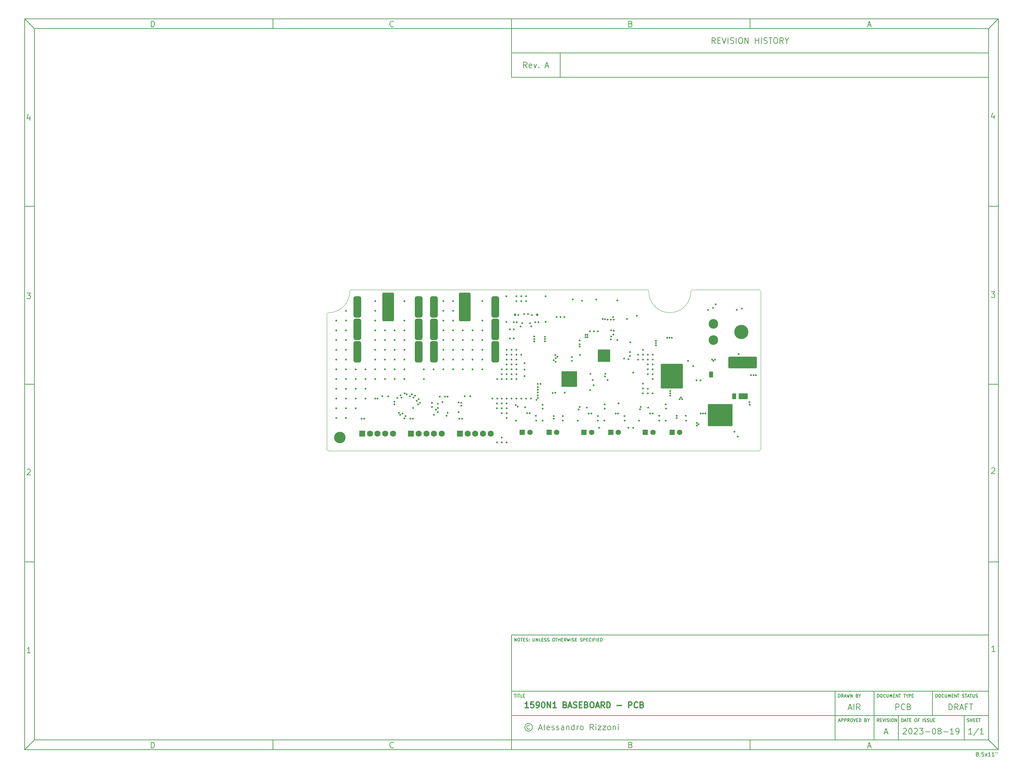
<source format=gbr>
%TF.GenerationSoftware,KiCad,Pcbnew,8.0.3*%
%TF.CreationDate,2024-07-04T15:42:04-04:00*%
%TF.ProjectId,baseboard,62617365-626f-4617-9264-2e6b69636164,A*%
%TF.SameCoordinates,Original*%
%TF.FileFunction,Soldermask,Bot*%
%TF.FilePolarity,Negative*%
%FSLAX46Y46*%
G04 Gerber Fmt 4.6, Leading zero omitted, Abs format (unit mm)*
G04 Created by KiCad (PCBNEW 8.0.3) date 2024-07-04 15:42:04*
%MOMM*%
%LPD*%
G01*
G04 APERTURE LIST*
G04 Aperture macros list*
%AMRoundRect*
0 Rectangle with rounded corners*
0 $1 Rounding radius*
0 $2 $3 $4 $5 $6 $7 $8 $9 X,Y pos of 4 corners*
0 Add a 4 corners polygon primitive as box body*
4,1,4,$2,$3,$4,$5,$6,$7,$8,$9,$2,$3,0*
0 Add four circle primitives for the rounded corners*
1,1,$1+$1,$2,$3*
1,1,$1+$1,$4,$5*
1,1,$1+$1,$6,$7*
1,1,$1+$1,$8,$9*
0 Add four rect primitives between the rounded corners*
20,1,$1+$1,$2,$3,$4,$5,0*
20,1,$1+$1,$4,$5,$6,$7,0*
20,1,$1+$1,$6,$7,$8,$9,0*
20,1,$1+$1,$8,$9,$2,$3,0*%
G04 Aperture macros list end*
%ADD10C,0.100000*%
%ADD11C,0.150000*%
%ADD12C,0.300000*%
%ADD13R,1.400000X1.400000*%
%ADD14C,1.400000*%
%ADD15C,0.650000*%
%ADD16C,0.500000*%
%ADD17RoundRect,0.150000X-1.050000X-0.600000X1.050000X-0.600000X1.050000X0.600000X-1.050000X0.600000X0*%
%ADD18RoundRect,0.105000X-0.420000X-0.645000X0.420000X-0.645000X0.420000X0.645000X-0.420000X0.645000X0*%
%ADD19RoundRect,0.249997X-2.650003X2.950003X-2.650003X-2.950003X2.650003X-2.950003X2.650003X2.950003X0*%
%ADD20RoundRect,0.102000X-0.700000X-0.700000X0.700000X-0.700000X0.700000X0.700000X-0.700000X0.700000X0*%
%ADD21C,1.604000*%
%ADD22C,3.700000*%
%ADD23C,2.500000*%
%ADD24RoundRect,0.100000X1.500000X-1.500000X1.500000X1.500000X-1.500000X1.500000X-1.500000X-1.500000X0*%
%ADD25RoundRect,0.500000X-0.500000X-2.300000X0.500000X-2.300000X0.500000X2.300000X-0.500000X2.300000X0*%
%ADD26RoundRect,0.249997X2.950003X2.650003X-2.950003X2.650003X-2.950003X-2.650003X2.950003X-2.650003X0*%
%ADD27C,0.660000*%
%ADD28RoundRect,0.100000X1.900000X-1.900000X1.900000X1.900000X-1.900000X1.900000X-1.900000X-1.900000X0*%
%ADD29C,3.000000*%
%ADD30RoundRect,0.100000X-0.400000X-0.700000X0.400000X-0.700000X0.400000X0.700000X-0.400000X0.700000X0*%
%ADD31RoundRect,0.300000X1.200000X3.450000X-1.200000X3.450000X-1.200000X-3.450000X1.200000X-3.450000X0*%
%ADD32RoundRect,0.300000X3.450000X-1.200000X3.450000X1.200000X-3.450000X1.200000X-3.450000X-1.200000X0*%
%TA.AperFunction,Profile*%
%ADD33C,0.050000*%
%TD*%
G04 APERTURE END LIST*
D10*
D11*
X259813572Y-199154128D02*
X258956429Y-199154128D01*
X259385000Y-199154128D02*
X259385000Y-197654128D01*
X259385000Y-197654128D02*
X259242143Y-197868414D01*
X259242143Y-197868414D02*
X259099286Y-198011271D01*
X259099286Y-198011271D02*
X258956429Y-198082700D01*
X261527857Y-197582700D02*
X260242143Y-199511271D01*
X262813572Y-199154128D02*
X261956429Y-199154128D01*
X262385000Y-199154128D02*
X262385000Y-197654128D01*
X262385000Y-197654128D02*
X262242143Y-197868414D01*
X262242143Y-197868414D02*
X262099286Y-198011271D01*
X262099286Y-198011271D02*
X261956429Y-198082700D01*
D10*
D11*
X140409874Y-188759295D02*
X140867017Y-188759295D01*
X140638445Y-189559295D02*
X140638445Y-188759295D01*
X141133684Y-189559295D02*
X141133684Y-188759295D01*
X141400350Y-188759295D02*
X141857493Y-188759295D01*
X141628921Y-189559295D02*
X141628921Y-188759295D01*
X142505112Y-189559295D02*
X142124160Y-189559295D01*
X142124160Y-189559295D02*
X142124160Y-188759295D01*
X142771779Y-189140247D02*
X143038445Y-189140247D01*
X143152731Y-189559295D02*
X142771779Y-189559295D01*
X142771779Y-189559295D02*
X142771779Y-188759295D01*
X142771779Y-188759295D02*
X143152731Y-188759295D01*
D10*
D11*
X235596303Y-195909295D02*
X235329636Y-195528342D01*
X235139160Y-195909295D02*
X235139160Y-195109295D01*
X235139160Y-195109295D02*
X235443922Y-195109295D01*
X235443922Y-195109295D02*
X235520112Y-195147390D01*
X235520112Y-195147390D02*
X235558207Y-195185485D01*
X235558207Y-195185485D02*
X235596303Y-195261676D01*
X235596303Y-195261676D02*
X235596303Y-195375961D01*
X235596303Y-195375961D02*
X235558207Y-195452152D01*
X235558207Y-195452152D02*
X235520112Y-195490247D01*
X235520112Y-195490247D02*
X235443922Y-195528342D01*
X235443922Y-195528342D02*
X235139160Y-195528342D01*
X235939160Y-195490247D02*
X236205826Y-195490247D01*
X236320112Y-195909295D02*
X235939160Y-195909295D01*
X235939160Y-195909295D02*
X235939160Y-195109295D01*
X235939160Y-195109295D02*
X236320112Y-195109295D01*
X236548684Y-195109295D02*
X236815351Y-195909295D01*
X236815351Y-195909295D02*
X237082017Y-195109295D01*
X237348684Y-195909295D02*
X237348684Y-195109295D01*
X237691540Y-195871200D02*
X237805826Y-195909295D01*
X237805826Y-195909295D02*
X237996302Y-195909295D01*
X237996302Y-195909295D02*
X238072493Y-195871200D01*
X238072493Y-195871200D02*
X238110588Y-195833104D01*
X238110588Y-195833104D02*
X238148683Y-195756914D01*
X238148683Y-195756914D02*
X238148683Y-195680723D01*
X238148683Y-195680723D02*
X238110588Y-195604533D01*
X238110588Y-195604533D02*
X238072493Y-195566438D01*
X238072493Y-195566438D02*
X237996302Y-195528342D01*
X237996302Y-195528342D02*
X237843921Y-195490247D01*
X237843921Y-195490247D02*
X237767731Y-195452152D01*
X237767731Y-195452152D02*
X237729636Y-195414057D01*
X237729636Y-195414057D02*
X237691540Y-195337866D01*
X237691540Y-195337866D02*
X237691540Y-195261676D01*
X237691540Y-195261676D02*
X237729636Y-195185485D01*
X237729636Y-195185485D02*
X237767731Y-195147390D01*
X237767731Y-195147390D02*
X237843921Y-195109295D01*
X237843921Y-195109295D02*
X238034398Y-195109295D01*
X238034398Y-195109295D02*
X238148683Y-195147390D01*
X238491541Y-195909295D02*
X238491541Y-195109295D01*
X239024874Y-195109295D02*
X239177255Y-195109295D01*
X239177255Y-195109295D02*
X239253445Y-195147390D01*
X239253445Y-195147390D02*
X239329636Y-195223580D01*
X239329636Y-195223580D02*
X239367731Y-195375961D01*
X239367731Y-195375961D02*
X239367731Y-195642628D01*
X239367731Y-195642628D02*
X239329636Y-195795009D01*
X239329636Y-195795009D02*
X239253445Y-195871200D01*
X239253445Y-195871200D02*
X239177255Y-195909295D01*
X239177255Y-195909295D02*
X239024874Y-195909295D01*
X239024874Y-195909295D02*
X238948683Y-195871200D01*
X238948683Y-195871200D02*
X238872493Y-195795009D01*
X238872493Y-195795009D02*
X238834397Y-195642628D01*
X238834397Y-195642628D02*
X238834397Y-195375961D01*
X238834397Y-195375961D02*
X238872493Y-195223580D01*
X238872493Y-195223580D02*
X238948683Y-195147390D01*
X238948683Y-195147390D02*
X239024874Y-195109295D01*
X239710588Y-195909295D02*
X239710588Y-195109295D01*
X239710588Y-195109295D02*
X240167731Y-195909295D01*
X240167731Y-195909295D02*
X240167731Y-195109295D01*
D10*
D11*
X241489160Y-195909295D02*
X241489160Y-195109295D01*
X241489160Y-195109295D02*
X241679636Y-195109295D01*
X241679636Y-195109295D02*
X241793922Y-195147390D01*
X241793922Y-195147390D02*
X241870112Y-195223580D01*
X241870112Y-195223580D02*
X241908207Y-195299771D01*
X241908207Y-195299771D02*
X241946303Y-195452152D01*
X241946303Y-195452152D02*
X241946303Y-195566438D01*
X241946303Y-195566438D02*
X241908207Y-195718819D01*
X241908207Y-195718819D02*
X241870112Y-195795009D01*
X241870112Y-195795009D02*
X241793922Y-195871200D01*
X241793922Y-195871200D02*
X241679636Y-195909295D01*
X241679636Y-195909295D02*
X241489160Y-195909295D01*
X242251064Y-195680723D02*
X242632017Y-195680723D01*
X242174874Y-195909295D02*
X242441541Y-195109295D01*
X242441541Y-195109295D02*
X242708207Y-195909295D01*
X242860588Y-195109295D02*
X243317731Y-195109295D01*
X243089159Y-195909295D02*
X243089159Y-195109295D01*
X243584398Y-195490247D02*
X243851064Y-195490247D01*
X243965350Y-195909295D02*
X243584398Y-195909295D01*
X243584398Y-195909295D02*
X243584398Y-195109295D01*
X243584398Y-195109295D02*
X243965350Y-195109295D01*
X245070113Y-195109295D02*
X245222494Y-195109295D01*
X245222494Y-195109295D02*
X245298684Y-195147390D01*
X245298684Y-195147390D02*
X245374875Y-195223580D01*
X245374875Y-195223580D02*
X245412970Y-195375961D01*
X245412970Y-195375961D02*
X245412970Y-195642628D01*
X245412970Y-195642628D02*
X245374875Y-195795009D01*
X245374875Y-195795009D02*
X245298684Y-195871200D01*
X245298684Y-195871200D02*
X245222494Y-195909295D01*
X245222494Y-195909295D02*
X245070113Y-195909295D01*
X245070113Y-195909295D02*
X244993922Y-195871200D01*
X244993922Y-195871200D02*
X244917732Y-195795009D01*
X244917732Y-195795009D02*
X244879636Y-195642628D01*
X244879636Y-195642628D02*
X244879636Y-195375961D01*
X244879636Y-195375961D02*
X244917732Y-195223580D01*
X244917732Y-195223580D02*
X244993922Y-195147390D01*
X244993922Y-195147390D02*
X245070113Y-195109295D01*
X246022493Y-195490247D02*
X245755827Y-195490247D01*
X245755827Y-195909295D02*
X245755827Y-195109295D01*
X245755827Y-195109295D02*
X246136779Y-195109295D01*
X247051065Y-195909295D02*
X247051065Y-195109295D01*
X247393921Y-195871200D02*
X247508207Y-195909295D01*
X247508207Y-195909295D02*
X247698683Y-195909295D01*
X247698683Y-195909295D02*
X247774874Y-195871200D01*
X247774874Y-195871200D02*
X247812969Y-195833104D01*
X247812969Y-195833104D02*
X247851064Y-195756914D01*
X247851064Y-195756914D02*
X247851064Y-195680723D01*
X247851064Y-195680723D02*
X247812969Y-195604533D01*
X247812969Y-195604533D02*
X247774874Y-195566438D01*
X247774874Y-195566438D02*
X247698683Y-195528342D01*
X247698683Y-195528342D02*
X247546302Y-195490247D01*
X247546302Y-195490247D02*
X247470112Y-195452152D01*
X247470112Y-195452152D02*
X247432017Y-195414057D01*
X247432017Y-195414057D02*
X247393921Y-195337866D01*
X247393921Y-195337866D02*
X247393921Y-195261676D01*
X247393921Y-195261676D02*
X247432017Y-195185485D01*
X247432017Y-195185485D02*
X247470112Y-195147390D01*
X247470112Y-195147390D02*
X247546302Y-195109295D01*
X247546302Y-195109295D02*
X247736779Y-195109295D01*
X247736779Y-195109295D02*
X247851064Y-195147390D01*
X248155826Y-195871200D02*
X248270112Y-195909295D01*
X248270112Y-195909295D02*
X248460588Y-195909295D01*
X248460588Y-195909295D02*
X248536779Y-195871200D01*
X248536779Y-195871200D02*
X248574874Y-195833104D01*
X248574874Y-195833104D02*
X248612969Y-195756914D01*
X248612969Y-195756914D02*
X248612969Y-195680723D01*
X248612969Y-195680723D02*
X248574874Y-195604533D01*
X248574874Y-195604533D02*
X248536779Y-195566438D01*
X248536779Y-195566438D02*
X248460588Y-195528342D01*
X248460588Y-195528342D02*
X248308207Y-195490247D01*
X248308207Y-195490247D02*
X248232017Y-195452152D01*
X248232017Y-195452152D02*
X248193922Y-195414057D01*
X248193922Y-195414057D02*
X248155826Y-195337866D01*
X248155826Y-195337866D02*
X248155826Y-195261676D01*
X248155826Y-195261676D02*
X248193922Y-195185485D01*
X248193922Y-195185485D02*
X248232017Y-195147390D01*
X248232017Y-195147390D02*
X248308207Y-195109295D01*
X248308207Y-195109295D02*
X248498684Y-195109295D01*
X248498684Y-195109295D02*
X248612969Y-195147390D01*
X248955827Y-195109295D02*
X248955827Y-195756914D01*
X248955827Y-195756914D02*
X248993922Y-195833104D01*
X248993922Y-195833104D02*
X249032017Y-195871200D01*
X249032017Y-195871200D02*
X249108208Y-195909295D01*
X249108208Y-195909295D02*
X249260589Y-195909295D01*
X249260589Y-195909295D02*
X249336779Y-195871200D01*
X249336779Y-195871200D02*
X249374874Y-195833104D01*
X249374874Y-195833104D02*
X249412970Y-195756914D01*
X249412970Y-195756914D02*
X249412970Y-195109295D01*
X249793922Y-195490247D02*
X250060588Y-195490247D01*
X250174874Y-195909295D02*
X249793922Y-195909295D01*
X249793922Y-195909295D02*
X249793922Y-195109295D01*
X249793922Y-195109295D02*
X250174874Y-195109295D01*
D10*
D11*
X258596064Y-195871200D02*
X258710350Y-195909295D01*
X258710350Y-195909295D02*
X258900826Y-195909295D01*
X258900826Y-195909295D02*
X258977017Y-195871200D01*
X258977017Y-195871200D02*
X259015112Y-195833104D01*
X259015112Y-195833104D02*
X259053207Y-195756914D01*
X259053207Y-195756914D02*
X259053207Y-195680723D01*
X259053207Y-195680723D02*
X259015112Y-195604533D01*
X259015112Y-195604533D02*
X258977017Y-195566438D01*
X258977017Y-195566438D02*
X258900826Y-195528342D01*
X258900826Y-195528342D02*
X258748445Y-195490247D01*
X258748445Y-195490247D02*
X258672255Y-195452152D01*
X258672255Y-195452152D02*
X258634160Y-195414057D01*
X258634160Y-195414057D02*
X258596064Y-195337866D01*
X258596064Y-195337866D02*
X258596064Y-195261676D01*
X258596064Y-195261676D02*
X258634160Y-195185485D01*
X258634160Y-195185485D02*
X258672255Y-195147390D01*
X258672255Y-195147390D02*
X258748445Y-195109295D01*
X258748445Y-195109295D02*
X258938922Y-195109295D01*
X258938922Y-195109295D02*
X259053207Y-195147390D01*
X259396065Y-195909295D02*
X259396065Y-195109295D01*
X259396065Y-195490247D02*
X259853208Y-195490247D01*
X259853208Y-195909295D02*
X259853208Y-195109295D01*
X260234160Y-195490247D02*
X260500826Y-195490247D01*
X260615112Y-195909295D02*
X260234160Y-195909295D01*
X260234160Y-195909295D02*
X260234160Y-195109295D01*
X260234160Y-195109295D02*
X260615112Y-195109295D01*
X260957970Y-195490247D02*
X261224636Y-195490247D01*
X261338922Y-195909295D02*
X260957970Y-195909295D01*
X260957970Y-195909295D02*
X260957970Y-195109295D01*
X260957970Y-195109295D02*
X261338922Y-195109295D01*
X261567494Y-195109295D02*
X262024637Y-195109295D01*
X261796065Y-195909295D02*
X261796065Y-195109295D01*
D10*
D11*
X239942142Y-192804128D02*
X239942142Y-191304128D01*
X239942142Y-191304128D02*
X240513571Y-191304128D01*
X240513571Y-191304128D02*
X240656428Y-191375557D01*
X240656428Y-191375557D02*
X240727857Y-191446985D01*
X240727857Y-191446985D02*
X240799285Y-191589842D01*
X240799285Y-191589842D02*
X240799285Y-191804128D01*
X240799285Y-191804128D02*
X240727857Y-191946985D01*
X240727857Y-191946985D02*
X240656428Y-192018414D01*
X240656428Y-192018414D02*
X240513571Y-192089842D01*
X240513571Y-192089842D02*
X239942142Y-192089842D01*
X242299285Y-192661271D02*
X242227857Y-192732700D01*
X242227857Y-192732700D02*
X242013571Y-192804128D01*
X242013571Y-192804128D02*
X241870714Y-192804128D01*
X241870714Y-192804128D02*
X241656428Y-192732700D01*
X241656428Y-192732700D02*
X241513571Y-192589842D01*
X241513571Y-192589842D02*
X241442142Y-192446985D01*
X241442142Y-192446985D02*
X241370714Y-192161271D01*
X241370714Y-192161271D02*
X241370714Y-191946985D01*
X241370714Y-191946985D02*
X241442142Y-191661271D01*
X241442142Y-191661271D02*
X241513571Y-191518414D01*
X241513571Y-191518414D02*
X241656428Y-191375557D01*
X241656428Y-191375557D02*
X241870714Y-191304128D01*
X241870714Y-191304128D02*
X242013571Y-191304128D01*
X242013571Y-191304128D02*
X242227857Y-191375557D01*
X242227857Y-191375557D02*
X242299285Y-191446985D01*
X243442142Y-192018414D02*
X243656428Y-192089842D01*
X243656428Y-192089842D02*
X243727857Y-192161271D01*
X243727857Y-192161271D02*
X243799285Y-192304128D01*
X243799285Y-192304128D02*
X243799285Y-192518414D01*
X243799285Y-192518414D02*
X243727857Y-192661271D01*
X243727857Y-192661271D02*
X243656428Y-192732700D01*
X243656428Y-192732700D02*
X243513571Y-192804128D01*
X243513571Y-192804128D02*
X242942142Y-192804128D01*
X242942142Y-192804128D02*
X242942142Y-191304128D01*
X242942142Y-191304128D02*
X243442142Y-191304128D01*
X243442142Y-191304128D02*
X243585000Y-191375557D01*
X243585000Y-191375557D02*
X243656428Y-191446985D01*
X243656428Y-191446985D02*
X243727857Y-191589842D01*
X243727857Y-191589842D02*
X243727857Y-191732700D01*
X243727857Y-191732700D02*
X243656428Y-191875557D01*
X243656428Y-191875557D02*
X243585000Y-191946985D01*
X243585000Y-191946985D02*
X243442142Y-192018414D01*
X243442142Y-192018414D02*
X242942142Y-192018414D01*
D10*
D11*
X225068064Y-195680723D02*
X225449017Y-195680723D01*
X224991874Y-195909295D02*
X225258541Y-195109295D01*
X225258541Y-195109295D02*
X225525207Y-195909295D01*
X225791874Y-195909295D02*
X225791874Y-195109295D01*
X225791874Y-195109295D02*
X226096636Y-195109295D01*
X226096636Y-195109295D02*
X226172826Y-195147390D01*
X226172826Y-195147390D02*
X226210921Y-195185485D01*
X226210921Y-195185485D02*
X226249017Y-195261676D01*
X226249017Y-195261676D02*
X226249017Y-195375961D01*
X226249017Y-195375961D02*
X226210921Y-195452152D01*
X226210921Y-195452152D02*
X226172826Y-195490247D01*
X226172826Y-195490247D02*
X226096636Y-195528342D01*
X226096636Y-195528342D02*
X225791874Y-195528342D01*
X226591874Y-195909295D02*
X226591874Y-195109295D01*
X226591874Y-195109295D02*
X226896636Y-195109295D01*
X226896636Y-195109295D02*
X226972826Y-195147390D01*
X226972826Y-195147390D02*
X227010921Y-195185485D01*
X227010921Y-195185485D02*
X227049017Y-195261676D01*
X227049017Y-195261676D02*
X227049017Y-195375961D01*
X227049017Y-195375961D02*
X227010921Y-195452152D01*
X227010921Y-195452152D02*
X226972826Y-195490247D01*
X226972826Y-195490247D02*
X226896636Y-195528342D01*
X226896636Y-195528342D02*
X226591874Y-195528342D01*
X227849017Y-195909295D02*
X227582350Y-195528342D01*
X227391874Y-195909295D02*
X227391874Y-195109295D01*
X227391874Y-195109295D02*
X227696636Y-195109295D01*
X227696636Y-195109295D02*
X227772826Y-195147390D01*
X227772826Y-195147390D02*
X227810921Y-195185485D01*
X227810921Y-195185485D02*
X227849017Y-195261676D01*
X227849017Y-195261676D02*
X227849017Y-195375961D01*
X227849017Y-195375961D02*
X227810921Y-195452152D01*
X227810921Y-195452152D02*
X227772826Y-195490247D01*
X227772826Y-195490247D02*
X227696636Y-195528342D01*
X227696636Y-195528342D02*
X227391874Y-195528342D01*
X228344255Y-195109295D02*
X228496636Y-195109295D01*
X228496636Y-195109295D02*
X228572826Y-195147390D01*
X228572826Y-195147390D02*
X228649017Y-195223580D01*
X228649017Y-195223580D02*
X228687112Y-195375961D01*
X228687112Y-195375961D02*
X228687112Y-195642628D01*
X228687112Y-195642628D02*
X228649017Y-195795009D01*
X228649017Y-195795009D02*
X228572826Y-195871200D01*
X228572826Y-195871200D02*
X228496636Y-195909295D01*
X228496636Y-195909295D02*
X228344255Y-195909295D01*
X228344255Y-195909295D02*
X228268064Y-195871200D01*
X228268064Y-195871200D02*
X228191874Y-195795009D01*
X228191874Y-195795009D02*
X228153778Y-195642628D01*
X228153778Y-195642628D02*
X228153778Y-195375961D01*
X228153778Y-195375961D02*
X228191874Y-195223580D01*
X228191874Y-195223580D02*
X228268064Y-195147390D01*
X228268064Y-195147390D02*
X228344255Y-195109295D01*
X228915683Y-195109295D02*
X229182350Y-195909295D01*
X229182350Y-195909295D02*
X229449016Y-195109295D01*
X229715683Y-195490247D02*
X229982349Y-195490247D01*
X230096635Y-195909295D02*
X229715683Y-195909295D01*
X229715683Y-195909295D02*
X229715683Y-195109295D01*
X229715683Y-195109295D02*
X230096635Y-195109295D01*
X230439493Y-195909295D02*
X230439493Y-195109295D01*
X230439493Y-195109295D02*
X230629969Y-195109295D01*
X230629969Y-195109295D02*
X230744255Y-195147390D01*
X230744255Y-195147390D02*
X230820445Y-195223580D01*
X230820445Y-195223580D02*
X230858540Y-195299771D01*
X230858540Y-195299771D02*
X230896636Y-195452152D01*
X230896636Y-195452152D02*
X230896636Y-195566438D01*
X230896636Y-195566438D02*
X230858540Y-195718819D01*
X230858540Y-195718819D02*
X230820445Y-195795009D01*
X230820445Y-195795009D02*
X230744255Y-195871200D01*
X230744255Y-195871200D02*
X230629969Y-195909295D01*
X230629969Y-195909295D02*
X230439493Y-195909295D01*
X232115683Y-195490247D02*
X232229969Y-195528342D01*
X232229969Y-195528342D02*
X232268064Y-195566438D01*
X232268064Y-195566438D02*
X232306160Y-195642628D01*
X232306160Y-195642628D02*
X232306160Y-195756914D01*
X232306160Y-195756914D02*
X232268064Y-195833104D01*
X232268064Y-195833104D02*
X232229969Y-195871200D01*
X232229969Y-195871200D02*
X232153779Y-195909295D01*
X232153779Y-195909295D02*
X231849017Y-195909295D01*
X231849017Y-195909295D02*
X231849017Y-195109295D01*
X231849017Y-195109295D02*
X232115683Y-195109295D01*
X232115683Y-195109295D02*
X232191874Y-195147390D01*
X232191874Y-195147390D02*
X232229969Y-195185485D01*
X232229969Y-195185485D02*
X232268064Y-195261676D01*
X232268064Y-195261676D02*
X232268064Y-195337866D01*
X232268064Y-195337866D02*
X232229969Y-195414057D01*
X232229969Y-195414057D02*
X232191874Y-195452152D01*
X232191874Y-195452152D02*
X232115683Y-195490247D01*
X232115683Y-195490247D02*
X231849017Y-195490247D01*
X232801398Y-195528342D02*
X232801398Y-195909295D01*
X232534731Y-195109295D02*
X232801398Y-195528342D01*
X232801398Y-195528342D02*
X233068064Y-195109295D01*
D10*
D11*
X144445112Y-196918271D02*
X144302255Y-196846842D01*
X144302255Y-196846842D02*
X144016541Y-196846842D01*
X144016541Y-196846842D02*
X143873684Y-196918271D01*
X143873684Y-196918271D02*
X143730826Y-197061128D01*
X143730826Y-197061128D02*
X143659398Y-197203985D01*
X143659398Y-197203985D02*
X143659398Y-197489700D01*
X143659398Y-197489700D02*
X143730826Y-197632557D01*
X143730826Y-197632557D02*
X143873684Y-197775414D01*
X143873684Y-197775414D02*
X144016541Y-197846842D01*
X144016541Y-197846842D02*
X144302255Y-197846842D01*
X144302255Y-197846842D02*
X144445112Y-197775414D01*
X144159398Y-196346842D02*
X143802255Y-196418271D01*
X143802255Y-196418271D02*
X143445112Y-196632557D01*
X143445112Y-196632557D02*
X143230826Y-196989700D01*
X143230826Y-196989700D02*
X143159398Y-197346842D01*
X143159398Y-197346842D02*
X143230826Y-197703985D01*
X143230826Y-197703985D02*
X143445112Y-198061128D01*
X143445112Y-198061128D02*
X143802255Y-198275414D01*
X143802255Y-198275414D02*
X144159398Y-198346842D01*
X144159398Y-198346842D02*
X144516541Y-198275414D01*
X144516541Y-198275414D02*
X144873684Y-198061128D01*
X144873684Y-198061128D02*
X145087969Y-197703985D01*
X145087969Y-197703985D02*
X145159398Y-197346842D01*
X145159398Y-197346842D02*
X145087969Y-196989700D01*
X145087969Y-196989700D02*
X144873684Y-196632557D01*
X144873684Y-196632557D02*
X144516541Y-196418271D01*
X144516541Y-196418271D02*
X144159398Y-196346842D01*
X146873684Y-197632557D02*
X147587970Y-197632557D01*
X146730827Y-198061128D02*
X147230827Y-196561128D01*
X147230827Y-196561128D02*
X147730827Y-198061128D01*
X148445112Y-198061128D02*
X148302255Y-197989700D01*
X148302255Y-197989700D02*
X148230826Y-197846842D01*
X148230826Y-197846842D02*
X148230826Y-196561128D01*
X149587969Y-197989700D02*
X149445112Y-198061128D01*
X149445112Y-198061128D02*
X149159398Y-198061128D01*
X149159398Y-198061128D02*
X149016540Y-197989700D01*
X149016540Y-197989700D02*
X148945112Y-197846842D01*
X148945112Y-197846842D02*
X148945112Y-197275414D01*
X148945112Y-197275414D02*
X149016540Y-197132557D01*
X149016540Y-197132557D02*
X149159398Y-197061128D01*
X149159398Y-197061128D02*
X149445112Y-197061128D01*
X149445112Y-197061128D02*
X149587969Y-197132557D01*
X149587969Y-197132557D02*
X149659398Y-197275414D01*
X149659398Y-197275414D02*
X149659398Y-197418271D01*
X149659398Y-197418271D02*
X148945112Y-197561128D01*
X150230826Y-197989700D02*
X150373683Y-198061128D01*
X150373683Y-198061128D02*
X150659397Y-198061128D01*
X150659397Y-198061128D02*
X150802254Y-197989700D01*
X150802254Y-197989700D02*
X150873683Y-197846842D01*
X150873683Y-197846842D02*
X150873683Y-197775414D01*
X150873683Y-197775414D02*
X150802254Y-197632557D01*
X150802254Y-197632557D02*
X150659397Y-197561128D01*
X150659397Y-197561128D02*
X150445112Y-197561128D01*
X150445112Y-197561128D02*
X150302254Y-197489700D01*
X150302254Y-197489700D02*
X150230826Y-197346842D01*
X150230826Y-197346842D02*
X150230826Y-197275414D01*
X150230826Y-197275414D02*
X150302254Y-197132557D01*
X150302254Y-197132557D02*
X150445112Y-197061128D01*
X150445112Y-197061128D02*
X150659397Y-197061128D01*
X150659397Y-197061128D02*
X150802254Y-197132557D01*
X151445112Y-197989700D02*
X151587969Y-198061128D01*
X151587969Y-198061128D02*
X151873683Y-198061128D01*
X151873683Y-198061128D02*
X152016540Y-197989700D01*
X152016540Y-197989700D02*
X152087969Y-197846842D01*
X152087969Y-197846842D02*
X152087969Y-197775414D01*
X152087969Y-197775414D02*
X152016540Y-197632557D01*
X152016540Y-197632557D02*
X151873683Y-197561128D01*
X151873683Y-197561128D02*
X151659398Y-197561128D01*
X151659398Y-197561128D02*
X151516540Y-197489700D01*
X151516540Y-197489700D02*
X151445112Y-197346842D01*
X151445112Y-197346842D02*
X151445112Y-197275414D01*
X151445112Y-197275414D02*
X151516540Y-197132557D01*
X151516540Y-197132557D02*
X151659398Y-197061128D01*
X151659398Y-197061128D02*
X151873683Y-197061128D01*
X151873683Y-197061128D02*
X152016540Y-197132557D01*
X153373684Y-198061128D02*
X153373684Y-197275414D01*
X153373684Y-197275414D02*
X153302255Y-197132557D01*
X153302255Y-197132557D02*
X153159398Y-197061128D01*
X153159398Y-197061128D02*
X152873684Y-197061128D01*
X152873684Y-197061128D02*
X152730826Y-197132557D01*
X153373684Y-197989700D02*
X153230826Y-198061128D01*
X153230826Y-198061128D02*
X152873684Y-198061128D01*
X152873684Y-198061128D02*
X152730826Y-197989700D01*
X152730826Y-197989700D02*
X152659398Y-197846842D01*
X152659398Y-197846842D02*
X152659398Y-197703985D01*
X152659398Y-197703985D02*
X152730826Y-197561128D01*
X152730826Y-197561128D02*
X152873684Y-197489700D01*
X152873684Y-197489700D02*
X153230826Y-197489700D01*
X153230826Y-197489700D02*
X153373684Y-197418271D01*
X154087969Y-197061128D02*
X154087969Y-198061128D01*
X154087969Y-197203985D02*
X154159398Y-197132557D01*
X154159398Y-197132557D02*
X154302255Y-197061128D01*
X154302255Y-197061128D02*
X154516541Y-197061128D01*
X154516541Y-197061128D02*
X154659398Y-197132557D01*
X154659398Y-197132557D02*
X154730827Y-197275414D01*
X154730827Y-197275414D02*
X154730827Y-198061128D01*
X156087970Y-198061128D02*
X156087970Y-196561128D01*
X156087970Y-197989700D02*
X155945112Y-198061128D01*
X155945112Y-198061128D02*
X155659398Y-198061128D01*
X155659398Y-198061128D02*
X155516541Y-197989700D01*
X155516541Y-197989700D02*
X155445112Y-197918271D01*
X155445112Y-197918271D02*
X155373684Y-197775414D01*
X155373684Y-197775414D02*
X155373684Y-197346842D01*
X155373684Y-197346842D02*
X155445112Y-197203985D01*
X155445112Y-197203985D02*
X155516541Y-197132557D01*
X155516541Y-197132557D02*
X155659398Y-197061128D01*
X155659398Y-197061128D02*
X155945112Y-197061128D01*
X155945112Y-197061128D02*
X156087970Y-197132557D01*
X156802255Y-198061128D02*
X156802255Y-197061128D01*
X156802255Y-197346842D02*
X156873684Y-197203985D01*
X156873684Y-197203985D02*
X156945113Y-197132557D01*
X156945113Y-197132557D02*
X157087970Y-197061128D01*
X157087970Y-197061128D02*
X157230827Y-197061128D01*
X157945112Y-198061128D02*
X157802255Y-197989700D01*
X157802255Y-197989700D02*
X157730826Y-197918271D01*
X157730826Y-197918271D02*
X157659398Y-197775414D01*
X157659398Y-197775414D02*
X157659398Y-197346842D01*
X157659398Y-197346842D02*
X157730826Y-197203985D01*
X157730826Y-197203985D02*
X157802255Y-197132557D01*
X157802255Y-197132557D02*
X157945112Y-197061128D01*
X157945112Y-197061128D02*
X158159398Y-197061128D01*
X158159398Y-197061128D02*
X158302255Y-197132557D01*
X158302255Y-197132557D02*
X158373684Y-197203985D01*
X158373684Y-197203985D02*
X158445112Y-197346842D01*
X158445112Y-197346842D02*
X158445112Y-197775414D01*
X158445112Y-197775414D02*
X158373684Y-197918271D01*
X158373684Y-197918271D02*
X158302255Y-197989700D01*
X158302255Y-197989700D02*
X158159398Y-198061128D01*
X158159398Y-198061128D02*
X157945112Y-198061128D01*
X161087969Y-198061128D02*
X160587969Y-197346842D01*
X160230826Y-198061128D02*
X160230826Y-196561128D01*
X160230826Y-196561128D02*
X160802255Y-196561128D01*
X160802255Y-196561128D02*
X160945112Y-196632557D01*
X160945112Y-196632557D02*
X161016541Y-196703985D01*
X161016541Y-196703985D02*
X161087969Y-196846842D01*
X161087969Y-196846842D02*
X161087969Y-197061128D01*
X161087969Y-197061128D02*
X161016541Y-197203985D01*
X161016541Y-197203985D02*
X160945112Y-197275414D01*
X160945112Y-197275414D02*
X160802255Y-197346842D01*
X160802255Y-197346842D02*
X160230826Y-197346842D01*
X161730826Y-198061128D02*
X161730826Y-197061128D01*
X161730826Y-196561128D02*
X161659398Y-196632557D01*
X161659398Y-196632557D02*
X161730826Y-196703985D01*
X161730826Y-196703985D02*
X161802255Y-196632557D01*
X161802255Y-196632557D02*
X161730826Y-196561128D01*
X161730826Y-196561128D02*
X161730826Y-196703985D01*
X162302255Y-197061128D02*
X163087970Y-197061128D01*
X163087970Y-197061128D02*
X162302255Y-198061128D01*
X162302255Y-198061128D02*
X163087970Y-198061128D01*
X163516541Y-197061128D02*
X164302256Y-197061128D01*
X164302256Y-197061128D02*
X163516541Y-198061128D01*
X163516541Y-198061128D02*
X164302256Y-198061128D01*
X165087970Y-198061128D02*
X164945113Y-197989700D01*
X164945113Y-197989700D02*
X164873684Y-197918271D01*
X164873684Y-197918271D02*
X164802256Y-197775414D01*
X164802256Y-197775414D02*
X164802256Y-197346842D01*
X164802256Y-197346842D02*
X164873684Y-197203985D01*
X164873684Y-197203985D02*
X164945113Y-197132557D01*
X164945113Y-197132557D02*
X165087970Y-197061128D01*
X165087970Y-197061128D02*
X165302256Y-197061128D01*
X165302256Y-197061128D02*
X165445113Y-197132557D01*
X165445113Y-197132557D02*
X165516542Y-197203985D01*
X165516542Y-197203985D02*
X165587970Y-197346842D01*
X165587970Y-197346842D02*
X165587970Y-197775414D01*
X165587970Y-197775414D02*
X165516542Y-197918271D01*
X165516542Y-197918271D02*
X165445113Y-197989700D01*
X165445113Y-197989700D02*
X165302256Y-198061128D01*
X165302256Y-198061128D02*
X165087970Y-198061128D01*
X166230827Y-197061128D02*
X166230827Y-198061128D01*
X166230827Y-197203985D02*
X166302256Y-197132557D01*
X166302256Y-197132557D02*
X166445113Y-197061128D01*
X166445113Y-197061128D02*
X166659399Y-197061128D01*
X166659399Y-197061128D02*
X166802256Y-197132557D01*
X166802256Y-197132557D02*
X166873685Y-197275414D01*
X166873685Y-197275414D02*
X166873685Y-198061128D01*
X167587970Y-198061128D02*
X167587970Y-197061128D01*
X167587970Y-196561128D02*
X167516542Y-196632557D01*
X167516542Y-196632557D02*
X167587970Y-196703985D01*
X167587970Y-196703985D02*
X167659399Y-196632557D01*
X167659399Y-196632557D02*
X167587970Y-196561128D01*
X167587970Y-196561128D02*
X167587970Y-196703985D01*
D10*
D11*
X227670714Y-192375557D02*
X228385000Y-192375557D01*
X227527857Y-192804128D02*
X228027857Y-191304128D01*
X228027857Y-191304128D02*
X228527857Y-192804128D01*
X229027856Y-192804128D02*
X229027856Y-191304128D01*
X230599285Y-192804128D02*
X230099285Y-192089842D01*
X229742142Y-192804128D02*
X229742142Y-191304128D01*
X229742142Y-191304128D02*
X230313571Y-191304128D01*
X230313571Y-191304128D02*
X230456428Y-191375557D01*
X230456428Y-191375557D02*
X230527857Y-191446985D01*
X230527857Y-191446985D02*
X230599285Y-191589842D01*
X230599285Y-191589842D02*
X230599285Y-191804128D01*
X230599285Y-191804128D02*
X230527857Y-191946985D01*
X230527857Y-191946985D02*
X230456428Y-192018414D01*
X230456428Y-192018414D02*
X230313571Y-192089842D01*
X230313571Y-192089842D02*
X229742142Y-192089842D01*
D10*
D11*
X250379160Y-189559295D02*
X250379160Y-188759295D01*
X250379160Y-188759295D02*
X250569636Y-188759295D01*
X250569636Y-188759295D02*
X250683922Y-188797390D01*
X250683922Y-188797390D02*
X250760112Y-188873580D01*
X250760112Y-188873580D02*
X250798207Y-188949771D01*
X250798207Y-188949771D02*
X250836303Y-189102152D01*
X250836303Y-189102152D02*
X250836303Y-189216438D01*
X250836303Y-189216438D02*
X250798207Y-189368819D01*
X250798207Y-189368819D02*
X250760112Y-189445009D01*
X250760112Y-189445009D02*
X250683922Y-189521200D01*
X250683922Y-189521200D02*
X250569636Y-189559295D01*
X250569636Y-189559295D02*
X250379160Y-189559295D01*
X251331541Y-188759295D02*
X251483922Y-188759295D01*
X251483922Y-188759295D02*
X251560112Y-188797390D01*
X251560112Y-188797390D02*
X251636303Y-188873580D01*
X251636303Y-188873580D02*
X251674398Y-189025961D01*
X251674398Y-189025961D02*
X251674398Y-189292628D01*
X251674398Y-189292628D02*
X251636303Y-189445009D01*
X251636303Y-189445009D02*
X251560112Y-189521200D01*
X251560112Y-189521200D02*
X251483922Y-189559295D01*
X251483922Y-189559295D02*
X251331541Y-189559295D01*
X251331541Y-189559295D02*
X251255350Y-189521200D01*
X251255350Y-189521200D02*
X251179160Y-189445009D01*
X251179160Y-189445009D02*
X251141064Y-189292628D01*
X251141064Y-189292628D02*
X251141064Y-189025961D01*
X251141064Y-189025961D02*
X251179160Y-188873580D01*
X251179160Y-188873580D02*
X251255350Y-188797390D01*
X251255350Y-188797390D02*
X251331541Y-188759295D01*
X252474398Y-189483104D02*
X252436302Y-189521200D01*
X252436302Y-189521200D02*
X252322017Y-189559295D01*
X252322017Y-189559295D02*
X252245826Y-189559295D01*
X252245826Y-189559295D02*
X252131540Y-189521200D01*
X252131540Y-189521200D02*
X252055350Y-189445009D01*
X252055350Y-189445009D02*
X252017255Y-189368819D01*
X252017255Y-189368819D02*
X251979159Y-189216438D01*
X251979159Y-189216438D02*
X251979159Y-189102152D01*
X251979159Y-189102152D02*
X252017255Y-188949771D01*
X252017255Y-188949771D02*
X252055350Y-188873580D01*
X252055350Y-188873580D02*
X252131540Y-188797390D01*
X252131540Y-188797390D02*
X252245826Y-188759295D01*
X252245826Y-188759295D02*
X252322017Y-188759295D01*
X252322017Y-188759295D02*
X252436302Y-188797390D01*
X252436302Y-188797390D02*
X252474398Y-188835485D01*
X252817255Y-188759295D02*
X252817255Y-189406914D01*
X252817255Y-189406914D02*
X252855350Y-189483104D01*
X252855350Y-189483104D02*
X252893445Y-189521200D01*
X252893445Y-189521200D02*
X252969636Y-189559295D01*
X252969636Y-189559295D02*
X253122017Y-189559295D01*
X253122017Y-189559295D02*
X253198207Y-189521200D01*
X253198207Y-189521200D02*
X253236302Y-189483104D01*
X253236302Y-189483104D02*
X253274398Y-189406914D01*
X253274398Y-189406914D02*
X253274398Y-188759295D01*
X253655350Y-189559295D02*
X253655350Y-188759295D01*
X253655350Y-188759295D02*
X253922016Y-189330723D01*
X253922016Y-189330723D02*
X254188683Y-188759295D01*
X254188683Y-188759295D02*
X254188683Y-189559295D01*
X254569636Y-189140247D02*
X254836302Y-189140247D01*
X254950588Y-189559295D02*
X254569636Y-189559295D01*
X254569636Y-189559295D02*
X254569636Y-188759295D01*
X254569636Y-188759295D02*
X254950588Y-188759295D01*
X255293446Y-189559295D02*
X255293446Y-188759295D01*
X255293446Y-188759295D02*
X255750589Y-189559295D01*
X255750589Y-189559295D02*
X255750589Y-188759295D01*
X256017255Y-188759295D02*
X256474398Y-188759295D01*
X256245826Y-189559295D02*
X256245826Y-188759295D01*
X257312493Y-189521200D02*
X257426779Y-189559295D01*
X257426779Y-189559295D02*
X257617255Y-189559295D01*
X257617255Y-189559295D02*
X257693446Y-189521200D01*
X257693446Y-189521200D02*
X257731541Y-189483104D01*
X257731541Y-189483104D02*
X257769636Y-189406914D01*
X257769636Y-189406914D02*
X257769636Y-189330723D01*
X257769636Y-189330723D02*
X257731541Y-189254533D01*
X257731541Y-189254533D02*
X257693446Y-189216438D01*
X257693446Y-189216438D02*
X257617255Y-189178342D01*
X257617255Y-189178342D02*
X257464874Y-189140247D01*
X257464874Y-189140247D02*
X257388684Y-189102152D01*
X257388684Y-189102152D02*
X257350589Y-189064057D01*
X257350589Y-189064057D02*
X257312493Y-188987866D01*
X257312493Y-188987866D02*
X257312493Y-188911676D01*
X257312493Y-188911676D02*
X257350589Y-188835485D01*
X257350589Y-188835485D02*
X257388684Y-188797390D01*
X257388684Y-188797390D02*
X257464874Y-188759295D01*
X257464874Y-188759295D02*
X257655351Y-188759295D01*
X257655351Y-188759295D02*
X257769636Y-188797390D01*
X257998208Y-188759295D02*
X258455351Y-188759295D01*
X258226779Y-189559295D02*
X258226779Y-188759295D01*
X258683922Y-189330723D02*
X259064875Y-189330723D01*
X258607732Y-189559295D02*
X258874399Y-188759295D01*
X258874399Y-188759295D02*
X259141065Y-189559295D01*
X259293446Y-188759295D02*
X259750589Y-188759295D01*
X259522017Y-189559295D02*
X259522017Y-188759295D01*
X260017256Y-188759295D02*
X260017256Y-189406914D01*
X260017256Y-189406914D02*
X260055351Y-189483104D01*
X260055351Y-189483104D02*
X260093446Y-189521200D01*
X260093446Y-189521200D02*
X260169637Y-189559295D01*
X260169637Y-189559295D02*
X260322018Y-189559295D01*
X260322018Y-189559295D02*
X260398208Y-189521200D01*
X260398208Y-189521200D02*
X260436303Y-189483104D01*
X260436303Y-189483104D02*
X260474399Y-189406914D01*
X260474399Y-189406914D02*
X260474399Y-188759295D01*
X260817255Y-189521200D02*
X260931541Y-189559295D01*
X260931541Y-189559295D02*
X261122017Y-189559295D01*
X261122017Y-189559295D02*
X261198208Y-189521200D01*
X261198208Y-189521200D02*
X261236303Y-189483104D01*
X261236303Y-189483104D02*
X261274398Y-189406914D01*
X261274398Y-189406914D02*
X261274398Y-189330723D01*
X261274398Y-189330723D02*
X261236303Y-189254533D01*
X261236303Y-189254533D02*
X261198208Y-189216438D01*
X261198208Y-189216438D02*
X261122017Y-189178342D01*
X261122017Y-189178342D02*
X260969636Y-189140247D01*
X260969636Y-189140247D02*
X260893446Y-189102152D01*
X260893446Y-189102152D02*
X260855351Y-189064057D01*
X260855351Y-189064057D02*
X260817255Y-188987866D01*
X260817255Y-188987866D02*
X260817255Y-188911676D01*
X260817255Y-188911676D02*
X260855351Y-188835485D01*
X260855351Y-188835485D02*
X260893446Y-188797390D01*
X260893446Y-188797390D02*
X260969636Y-188759295D01*
X260969636Y-188759295D02*
X261160113Y-188759295D01*
X261160113Y-188759295D02*
X261274398Y-188797390D01*
D10*
D11*
X224979160Y-189559295D02*
X224979160Y-188759295D01*
X224979160Y-188759295D02*
X225169636Y-188759295D01*
X225169636Y-188759295D02*
X225283922Y-188797390D01*
X225283922Y-188797390D02*
X225360112Y-188873580D01*
X225360112Y-188873580D02*
X225398207Y-188949771D01*
X225398207Y-188949771D02*
X225436303Y-189102152D01*
X225436303Y-189102152D02*
X225436303Y-189216438D01*
X225436303Y-189216438D02*
X225398207Y-189368819D01*
X225398207Y-189368819D02*
X225360112Y-189445009D01*
X225360112Y-189445009D02*
X225283922Y-189521200D01*
X225283922Y-189521200D02*
X225169636Y-189559295D01*
X225169636Y-189559295D02*
X224979160Y-189559295D01*
X226236303Y-189559295D02*
X225969636Y-189178342D01*
X225779160Y-189559295D02*
X225779160Y-188759295D01*
X225779160Y-188759295D02*
X226083922Y-188759295D01*
X226083922Y-188759295D02*
X226160112Y-188797390D01*
X226160112Y-188797390D02*
X226198207Y-188835485D01*
X226198207Y-188835485D02*
X226236303Y-188911676D01*
X226236303Y-188911676D02*
X226236303Y-189025961D01*
X226236303Y-189025961D02*
X226198207Y-189102152D01*
X226198207Y-189102152D02*
X226160112Y-189140247D01*
X226160112Y-189140247D02*
X226083922Y-189178342D01*
X226083922Y-189178342D02*
X225779160Y-189178342D01*
X226541064Y-189330723D02*
X226922017Y-189330723D01*
X226464874Y-189559295D02*
X226731541Y-188759295D01*
X226731541Y-188759295D02*
X226998207Y-189559295D01*
X227188683Y-188759295D02*
X227379159Y-189559295D01*
X227379159Y-189559295D02*
X227531540Y-188987866D01*
X227531540Y-188987866D02*
X227683921Y-189559295D01*
X227683921Y-189559295D02*
X227874398Y-188759295D01*
X228179160Y-189559295D02*
X228179160Y-188759295D01*
X228179160Y-188759295D02*
X228636303Y-189559295D01*
X228636303Y-189559295D02*
X228636303Y-188759295D01*
X229893445Y-189140247D02*
X230007731Y-189178342D01*
X230007731Y-189178342D02*
X230045826Y-189216438D01*
X230045826Y-189216438D02*
X230083922Y-189292628D01*
X230083922Y-189292628D02*
X230083922Y-189406914D01*
X230083922Y-189406914D02*
X230045826Y-189483104D01*
X230045826Y-189483104D02*
X230007731Y-189521200D01*
X230007731Y-189521200D02*
X229931541Y-189559295D01*
X229931541Y-189559295D02*
X229626779Y-189559295D01*
X229626779Y-189559295D02*
X229626779Y-188759295D01*
X229626779Y-188759295D02*
X229893445Y-188759295D01*
X229893445Y-188759295D02*
X229969636Y-188797390D01*
X229969636Y-188797390D02*
X230007731Y-188835485D01*
X230007731Y-188835485D02*
X230045826Y-188911676D01*
X230045826Y-188911676D02*
X230045826Y-188987866D01*
X230045826Y-188987866D02*
X230007731Y-189064057D01*
X230007731Y-189064057D02*
X229969636Y-189102152D01*
X229969636Y-189102152D02*
X229893445Y-189140247D01*
X229893445Y-189140247D02*
X229626779Y-189140247D01*
X230579160Y-189178342D02*
X230579160Y-189559295D01*
X230312493Y-188759295D02*
X230579160Y-189178342D01*
X230579160Y-189178342D02*
X230845826Y-188759295D01*
D10*
D11*
X235139160Y-189559295D02*
X235139160Y-188759295D01*
X235139160Y-188759295D02*
X235329636Y-188759295D01*
X235329636Y-188759295D02*
X235443922Y-188797390D01*
X235443922Y-188797390D02*
X235520112Y-188873580D01*
X235520112Y-188873580D02*
X235558207Y-188949771D01*
X235558207Y-188949771D02*
X235596303Y-189102152D01*
X235596303Y-189102152D02*
X235596303Y-189216438D01*
X235596303Y-189216438D02*
X235558207Y-189368819D01*
X235558207Y-189368819D02*
X235520112Y-189445009D01*
X235520112Y-189445009D02*
X235443922Y-189521200D01*
X235443922Y-189521200D02*
X235329636Y-189559295D01*
X235329636Y-189559295D02*
X235139160Y-189559295D01*
X236091541Y-188759295D02*
X236243922Y-188759295D01*
X236243922Y-188759295D02*
X236320112Y-188797390D01*
X236320112Y-188797390D02*
X236396303Y-188873580D01*
X236396303Y-188873580D02*
X236434398Y-189025961D01*
X236434398Y-189025961D02*
X236434398Y-189292628D01*
X236434398Y-189292628D02*
X236396303Y-189445009D01*
X236396303Y-189445009D02*
X236320112Y-189521200D01*
X236320112Y-189521200D02*
X236243922Y-189559295D01*
X236243922Y-189559295D02*
X236091541Y-189559295D01*
X236091541Y-189559295D02*
X236015350Y-189521200D01*
X236015350Y-189521200D02*
X235939160Y-189445009D01*
X235939160Y-189445009D02*
X235901064Y-189292628D01*
X235901064Y-189292628D02*
X235901064Y-189025961D01*
X235901064Y-189025961D02*
X235939160Y-188873580D01*
X235939160Y-188873580D02*
X236015350Y-188797390D01*
X236015350Y-188797390D02*
X236091541Y-188759295D01*
X237234398Y-189483104D02*
X237196302Y-189521200D01*
X237196302Y-189521200D02*
X237082017Y-189559295D01*
X237082017Y-189559295D02*
X237005826Y-189559295D01*
X237005826Y-189559295D02*
X236891540Y-189521200D01*
X236891540Y-189521200D02*
X236815350Y-189445009D01*
X236815350Y-189445009D02*
X236777255Y-189368819D01*
X236777255Y-189368819D02*
X236739159Y-189216438D01*
X236739159Y-189216438D02*
X236739159Y-189102152D01*
X236739159Y-189102152D02*
X236777255Y-188949771D01*
X236777255Y-188949771D02*
X236815350Y-188873580D01*
X236815350Y-188873580D02*
X236891540Y-188797390D01*
X236891540Y-188797390D02*
X237005826Y-188759295D01*
X237005826Y-188759295D02*
X237082017Y-188759295D01*
X237082017Y-188759295D02*
X237196302Y-188797390D01*
X237196302Y-188797390D02*
X237234398Y-188835485D01*
X237577255Y-188759295D02*
X237577255Y-189406914D01*
X237577255Y-189406914D02*
X237615350Y-189483104D01*
X237615350Y-189483104D02*
X237653445Y-189521200D01*
X237653445Y-189521200D02*
X237729636Y-189559295D01*
X237729636Y-189559295D02*
X237882017Y-189559295D01*
X237882017Y-189559295D02*
X237958207Y-189521200D01*
X237958207Y-189521200D02*
X237996302Y-189483104D01*
X237996302Y-189483104D02*
X238034398Y-189406914D01*
X238034398Y-189406914D02*
X238034398Y-188759295D01*
X238415350Y-189559295D02*
X238415350Y-188759295D01*
X238415350Y-188759295D02*
X238682016Y-189330723D01*
X238682016Y-189330723D02*
X238948683Y-188759295D01*
X238948683Y-188759295D02*
X238948683Y-189559295D01*
X239329636Y-189140247D02*
X239596302Y-189140247D01*
X239710588Y-189559295D02*
X239329636Y-189559295D01*
X239329636Y-189559295D02*
X239329636Y-188759295D01*
X239329636Y-188759295D02*
X239710588Y-188759295D01*
X240053446Y-189559295D02*
X240053446Y-188759295D01*
X240053446Y-188759295D02*
X240510589Y-189559295D01*
X240510589Y-189559295D02*
X240510589Y-188759295D01*
X240777255Y-188759295D02*
X241234398Y-188759295D01*
X241005826Y-189559295D02*
X241005826Y-188759295D01*
X241996303Y-188759295D02*
X242453446Y-188759295D01*
X242224874Y-189559295D02*
X242224874Y-188759295D01*
X242872494Y-189178342D02*
X242872494Y-189559295D01*
X242605827Y-188759295D02*
X242872494Y-189178342D01*
X242872494Y-189178342D02*
X243139160Y-188759295D01*
X243405827Y-189559295D02*
X243405827Y-188759295D01*
X243405827Y-188759295D02*
X243710589Y-188759295D01*
X243710589Y-188759295D02*
X243786779Y-188797390D01*
X243786779Y-188797390D02*
X243824874Y-188835485D01*
X243824874Y-188835485D02*
X243862970Y-188911676D01*
X243862970Y-188911676D02*
X243862970Y-189025961D01*
X243862970Y-189025961D02*
X243824874Y-189102152D01*
X243824874Y-189102152D02*
X243786779Y-189140247D01*
X243786779Y-189140247D02*
X243710589Y-189178342D01*
X243710589Y-189178342D02*
X243405827Y-189178342D01*
X244205827Y-189140247D02*
X244472493Y-189140247D01*
X244586779Y-189559295D02*
X244205827Y-189559295D01*
X244205827Y-189559295D02*
X244205827Y-188759295D01*
X244205827Y-188759295D02*
X244586779Y-188759295D01*
D10*
D11*
X253821000Y-192804128D02*
X253821000Y-191304128D01*
X253821000Y-191304128D02*
X254178143Y-191304128D01*
X254178143Y-191304128D02*
X254392429Y-191375557D01*
X254392429Y-191375557D02*
X254535286Y-191518414D01*
X254535286Y-191518414D02*
X254606715Y-191661271D01*
X254606715Y-191661271D02*
X254678143Y-191946985D01*
X254678143Y-191946985D02*
X254678143Y-192161271D01*
X254678143Y-192161271D02*
X254606715Y-192446985D01*
X254606715Y-192446985D02*
X254535286Y-192589842D01*
X254535286Y-192589842D02*
X254392429Y-192732700D01*
X254392429Y-192732700D02*
X254178143Y-192804128D01*
X254178143Y-192804128D02*
X253821000Y-192804128D01*
X256178143Y-192804128D02*
X255678143Y-192089842D01*
X255321000Y-192804128D02*
X255321000Y-191304128D01*
X255321000Y-191304128D02*
X255892429Y-191304128D01*
X255892429Y-191304128D02*
X256035286Y-191375557D01*
X256035286Y-191375557D02*
X256106715Y-191446985D01*
X256106715Y-191446985D02*
X256178143Y-191589842D01*
X256178143Y-191589842D02*
X256178143Y-191804128D01*
X256178143Y-191804128D02*
X256106715Y-191946985D01*
X256106715Y-191946985D02*
X256035286Y-192018414D01*
X256035286Y-192018414D02*
X255892429Y-192089842D01*
X255892429Y-192089842D02*
X255321000Y-192089842D01*
X256749572Y-192375557D02*
X257463858Y-192375557D01*
X256606715Y-192804128D02*
X257106715Y-191304128D01*
X257106715Y-191304128D02*
X257606715Y-192804128D01*
X258606714Y-192018414D02*
X258106714Y-192018414D01*
X258106714Y-192804128D02*
X258106714Y-191304128D01*
X258106714Y-191304128D02*
X258821000Y-191304128D01*
X259178143Y-191304128D02*
X260035286Y-191304128D01*
X259606714Y-192804128D02*
X259606714Y-191304128D01*
D10*
D11*
X241915287Y-197796985D02*
X241986715Y-197725557D01*
X241986715Y-197725557D02*
X242129573Y-197654128D01*
X242129573Y-197654128D02*
X242486715Y-197654128D01*
X242486715Y-197654128D02*
X242629573Y-197725557D01*
X242629573Y-197725557D02*
X242701001Y-197796985D01*
X242701001Y-197796985D02*
X242772430Y-197939842D01*
X242772430Y-197939842D02*
X242772430Y-198082700D01*
X242772430Y-198082700D02*
X242701001Y-198296985D01*
X242701001Y-198296985D02*
X241843858Y-199154128D01*
X241843858Y-199154128D02*
X242772430Y-199154128D01*
X243701001Y-197654128D02*
X243843858Y-197654128D01*
X243843858Y-197654128D02*
X243986715Y-197725557D01*
X243986715Y-197725557D02*
X244058144Y-197796985D01*
X244058144Y-197796985D02*
X244129572Y-197939842D01*
X244129572Y-197939842D02*
X244201001Y-198225557D01*
X244201001Y-198225557D02*
X244201001Y-198582700D01*
X244201001Y-198582700D02*
X244129572Y-198868414D01*
X244129572Y-198868414D02*
X244058144Y-199011271D01*
X244058144Y-199011271D02*
X243986715Y-199082700D01*
X243986715Y-199082700D02*
X243843858Y-199154128D01*
X243843858Y-199154128D02*
X243701001Y-199154128D01*
X243701001Y-199154128D02*
X243558144Y-199082700D01*
X243558144Y-199082700D02*
X243486715Y-199011271D01*
X243486715Y-199011271D02*
X243415286Y-198868414D01*
X243415286Y-198868414D02*
X243343858Y-198582700D01*
X243343858Y-198582700D02*
X243343858Y-198225557D01*
X243343858Y-198225557D02*
X243415286Y-197939842D01*
X243415286Y-197939842D02*
X243486715Y-197796985D01*
X243486715Y-197796985D02*
X243558144Y-197725557D01*
X243558144Y-197725557D02*
X243701001Y-197654128D01*
X244772429Y-197796985D02*
X244843857Y-197725557D01*
X244843857Y-197725557D02*
X244986715Y-197654128D01*
X244986715Y-197654128D02*
X245343857Y-197654128D01*
X245343857Y-197654128D02*
X245486715Y-197725557D01*
X245486715Y-197725557D02*
X245558143Y-197796985D01*
X245558143Y-197796985D02*
X245629572Y-197939842D01*
X245629572Y-197939842D02*
X245629572Y-198082700D01*
X245629572Y-198082700D02*
X245558143Y-198296985D01*
X245558143Y-198296985D02*
X244701000Y-199154128D01*
X244701000Y-199154128D02*
X245629572Y-199154128D01*
X246129571Y-197654128D02*
X247058143Y-197654128D01*
X247058143Y-197654128D02*
X246558143Y-198225557D01*
X246558143Y-198225557D02*
X246772428Y-198225557D01*
X246772428Y-198225557D02*
X246915286Y-198296985D01*
X246915286Y-198296985D02*
X246986714Y-198368414D01*
X246986714Y-198368414D02*
X247058143Y-198511271D01*
X247058143Y-198511271D02*
X247058143Y-198868414D01*
X247058143Y-198868414D02*
X246986714Y-199011271D01*
X246986714Y-199011271D02*
X246915286Y-199082700D01*
X246915286Y-199082700D02*
X246772428Y-199154128D01*
X246772428Y-199154128D02*
X246343857Y-199154128D01*
X246343857Y-199154128D02*
X246201000Y-199082700D01*
X246201000Y-199082700D02*
X246129571Y-199011271D01*
X247700999Y-198582700D02*
X248843857Y-198582700D01*
X249843857Y-197654128D02*
X249986714Y-197654128D01*
X249986714Y-197654128D02*
X250129571Y-197725557D01*
X250129571Y-197725557D02*
X250201000Y-197796985D01*
X250201000Y-197796985D02*
X250272428Y-197939842D01*
X250272428Y-197939842D02*
X250343857Y-198225557D01*
X250343857Y-198225557D02*
X250343857Y-198582700D01*
X250343857Y-198582700D02*
X250272428Y-198868414D01*
X250272428Y-198868414D02*
X250201000Y-199011271D01*
X250201000Y-199011271D02*
X250129571Y-199082700D01*
X250129571Y-199082700D02*
X249986714Y-199154128D01*
X249986714Y-199154128D02*
X249843857Y-199154128D01*
X249843857Y-199154128D02*
X249701000Y-199082700D01*
X249701000Y-199082700D02*
X249629571Y-199011271D01*
X249629571Y-199011271D02*
X249558142Y-198868414D01*
X249558142Y-198868414D02*
X249486714Y-198582700D01*
X249486714Y-198582700D02*
X249486714Y-198225557D01*
X249486714Y-198225557D02*
X249558142Y-197939842D01*
X249558142Y-197939842D02*
X249629571Y-197796985D01*
X249629571Y-197796985D02*
X249701000Y-197725557D01*
X249701000Y-197725557D02*
X249843857Y-197654128D01*
X251200999Y-198296985D02*
X251058142Y-198225557D01*
X251058142Y-198225557D02*
X250986713Y-198154128D01*
X250986713Y-198154128D02*
X250915285Y-198011271D01*
X250915285Y-198011271D02*
X250915285Y-197939842D01*
X250915285Y-197939842D02*
X250986713Y-197796985D01*
X250986713Y-197796985D02*
X251058142Y-197725557D01*
X251058142Y-197725557D02*
X251200999Y-197654128D01*
X251200999Y-197654128D02*
X251486713Y-197654128D01*
X251486713Y-197654128D02*
X251629571Y-197725557D01*
X251629571Y-197725557D02*
X251700999Y-197796985D01*
X251700999Y-197796985D02*
X251772428Y-197939842D01*
X251772428Y-197939842D02*
X251772428Y-198011271D01*
X251772428Y-198011271D02*
X251700999Y-198154128D01*
X251700999Y-198154128D02*
X251629571Y-198225557D01*
X251629571Y-198225557D02*
X251486713Y-198296985D01*
X251486713Y-198296985D02*
X251200999Y-198296985D01*
X251200999Y-198296985D02*
X251058142Y-198368414D01*
X251058142Y-198368414D02*
X250986713Y-198439842D01*
X250986713Y-198439842D02*
X250915285Y-198582700D01*
X250915285Y-198582700D02*
X250915285Y-198868414D01*
X250915285Y-198868414D02*
X250986713Y-199011271D01*
X250986713Y-199011271D02*
X251058142Y-199082700D01*
X251058142Y-199082700D02*
X251200999Y-199154128D01*
X251200999Y-199154128D02*
X251486713Y-199154128D01*
X251486713Y-199154128D02*
X251629571Y-199082700D01*
X251629571Y-199082700D02*
X251700999Y-199011271D01*
X251700999Y-199011271D02*
X251772428Y-198868414D01*
X251772428Y-198868414D02*
X251772428Y-198582700D01*
X251772428Y-198582700D02*
X251700999Y-198439842D01*
X251700999Y-198439842D02*
X251629571Y-198368414D01*
X251629571Y-198368414D02*
X251486713Y-198296985D01*
X252415284Y-198582700D02*
X253558142Y-198582700D01*
X255058142Y-199154128D02*
X254200999Y-199154128D01*
X254629570Y-199154128D02*
X254629570Y-197654128D01*
X254629570Y-197654128D02*
X254486713Y-197868414D01*
X254486713Y-197868414D02*
X254343856Y-198011271D01*
X254343856Y-198011271D02*
X254200999Y-198082700D01*
X255772427Y-199154128D02*
X256058141Y-199154128D01*
X256058141Y-199154128D02*
X256200998Y-199082700D01*
X256200998Y-199082700D02*
X256272427Y-199011271D01*
X256272427Y-199011271D02*
X256415284Y-198796985D01*
X256415284Y-198796985D02*
X256486713Y-198511271D01*
X256486713Y-198511271D02*
X256486713Y-197939842D01*
X256486713Y-197939842D02*
X256415284Y-197796985D01*
X256415284Y-197796985D02*
X256343856Y-197725557D01*
X256343856Y-197725557D02*
X256200998Y-197654128D01*
X256200998Y-197654128D02*
X255915284Y-197654128D01*
X255915284Y-197654128D02*
X255772427Y-197725557D01*
X255772427Y-197725557D02*
X255700998Y-197796985D01*
X255700998Y-197796985D02*
X255629570Y-197939842D01*
X255629570Y-197939842D02*
X255629570Y-198296985D01*
X255629570Y-198296985D02*
X255700998Y-198439842D01*
X255700998Y-198439842D02*
X255772427Y-198511271D01*
X255772427Y-198511271D02*
X255915284Y-198582700D01*
X255915284Y-198582700D02*
X256200998Y-198582700D01*
X256200998Y-198582700D02*
X256343856Y-198511271D01*
X256343856Y-198511271D02*
X256415284Y-198439842D01*
X256415284Y-198439842D02*
X256486713Y-198296985D01*
D10*
D11*
X237032857Y-198725557D02*
X237747143Y-198725557D01*
X236890000Y-199154128D02*
X237390000Y-197654128D01*
X237390000Y-197654128D02*
X237890000Y-199154128D01*
D10*
D12*
X144115225Y-192288328D02*
X143258082Y-192288328D01*
X143686653Y-192288328D02*
X143686653Y-190788328D01*
X143686653Y-190788328D02*
X143543796Y-191002614D01*
X143543796Y-191002614D02*
X143400939Y-191145471D01*
X143400939Y-191145471D02*
X143258082Y-191216900D01*
X145472367Y-190788328D02*
X144758081Y-190788328D01*
X144758081Y-190788328D02*
X144686653Y-191502614D01*
X144686653Y-191502614D02*
X144758081Y-191431185D01*
X144758081Y-191431185D02*
X144900939Y-191359757D01*
X144900939Y-191359757D02*
X145258081Y-191359757D01*
X145258081Y-191359757D02*
X145400939Y-191431185D01*
X145400939Y-191431185D02*
X145472367Y-191502614D01*
X145472367Y-191502614D02*
X145543796Y-191645471D01*
X145543796Y-191645471D02*
X145543796Y-192002614D01*
X145543796Y-192002614D02*
X145472367Y-192145471D01*
X145472367Y-192145471D02*
X145400939Y-192216900D01*
X145400939Y-192216900D02*
X145258081Y-192288328D01*
X145258081Y-192288328D02*
X144900939Y-192288328D01*
X144900939Y-192288328D02*
X144758081Y-192216900D01*
X144758081Y-192216900D02*
X144686653Y-192145471D01*
X146258081Y-192288328D02*
X146543795Y-192288328D01*
X146543795Y-192288328D02*
X146686652Y-192216900D01*
X146686652Y-192216900D02*
X146758081Y-192145471D01*
X146758081Y-192145471D02*
X146900938Y-191931185D01*
X146900938Y-191931185D02*
X146972367Y-191645471D01*
X146972367Y-191645471D02*
X146972367Y-191074042D01*
X146972367Y-191074042D02*
X146900938Y-190931185D01*
X146900938Y-190931185D02*
X146829510Y-190859757D01*
X146829510Y-190859757D02*
X146686652Y-190788328D01*
X146686652Y-190788328D02*
X146400938Y-190788328D01*
X146400938Y-190788328D02*
X146258081Y-190859757D01*
X146258081Y-190859757D02*
X146186652Y-190931185D01*
X146186652Y-190931185D02*
X146115224Y-191074042D01*
X146115224Y-191074042D02*
X146115224Y-191431185D01*
X146115224Y-191431185D02*
X146186652Y-191574042D01*
X146186652Y-191574042D02*
X146258081Y-191645471D01*
X146258081Y-191645471D02*
X146400938Y-191716900D01*
X146400938Y-191716900D02*
X146686652Y-191716900D01*
X146686652Y-191716900D02*
X146829510Y-191645471D01*
X146829510Y-191645471D02*
X146900938Y-191574042D01*
X146900938Y-191574042D02*
X146972367Y-191431185D01*
X147900938Y-190788328D02*
X148043795Y-190788328D01*
X148043795Y-190788328D02*
X148186652Y-190859757D01*
X148186652Y-190859757D02*
X148258081Y-190931185D01*
X148258081Y-190931185D02*
X148329509Y-191074042D01*
X148329509Y-191074042D02*
X148400938Y-191359757D01*
X148400938Y-191359757D02*
X148400938Y-191716900D01*
X148400938Y-191716900D02*
X148329509Y-192002614D01*
X148329509Y-192002614D02*
X148258081Y-192145471D01*
X148258081Y-192145471D02*
X148186652Y-192216900D01*
X148186652Y-192216900D02*
X148043795Y-192288328D01*
X148043795Y-192288328D02*
X147900938Y-192288328D01*
X147900938Y-192288328D02*
X147758081Y-192216900D01*
X147758081Y-192216900D02*
X147686652Y-192145471D01*
X147686652Y-192145471D02*
X147615223Y-192002614D01*
X147615223Y-192002614D02*
X147543795Y-191716900D01*
X147543795Y-191716900D02*
X147543795Y-191359757D01*
X147543795Y-191359757D02*
X147615223Y-191074042D01*
X147615223Y-191074042D02*
X147686652Y-190931185D01*
X147686652Y-190931185D02*
X147758081Y-190859757D01*
X147758081Y-190859757D02*
X147900938Y-190788328D01*
X149043794Y-192288328D02*
X149043794Y-190788328D01*
X149043794Y-190788328D02*
X149900937Y-192288328D01*
X149900937Y-192288328D02*
X149900937Y-190788328D01*
X151400938Y-192288328D02*
X150543795Y-192288328D01*
X150972366Y-192288328D02*
X150972366Y-190788328D01*
X150972366Y-190788328D02*
X150829509Y-191002614D01*
X150829509Y-191002614D02*
X150686652Y-191145471D01*
X150686652Y-191145471D02*
X150543795Y-191216900D01*
X153686651Y-191502614D02*
X153900937Y-191574042D01*
X153900937Y-191574042D02*
X153972366Y-191645471D01*
X153972366Y-191645471D02*
X154043794Y-191788328D01*
X154043794Y-191788328D02*
X154043794Y-192002614D01*
X154043794Y-192002614D02*
X153972366Y-192145471D01*
X153972366Y-192145471D02*
X153900937Y-192216900D01*
X153900937Y-192216900D02*
X153758080Y-192288328D01*
X153758080Y-192288328D02*
X153186651Y-192288328D01*
X153186651Y-192288328D02*
X153186651Y-190788328D01*
X153186651Y-190788328D02*
X153686651Y-190788328D01*
X153686651Y-190788328D02*
X153829509Y-190859757D01*
X153829509Y-190859757D02*
X153900937Y-190931185D01*
X153900937Y-190931185D02*
X153972366Y-191074042D01*
X153972366Y-191074042D02*
X153972366Y-191216900D01*
X153972366Y-191216900D02*
X153900937Y-191359757D01*
X153900937Y-191359757D02*
X153829509Y-191431185D01*
X153829509Y-191431185D02*
X153686651Y-191502614D01*
X153686651Y-191502614D02*
X153186651Y-191502614D01*
X154615223Y-191859757D02*
X155329509Y-191859757D01*
X154472366Y-192288328D02*
X154972366Y-190788328D01*
X154972366Y-190788328D02*
X155472366Y-192288328D01*
X155900937Y-192216900D02*
X156115223Y-192288328D01*
X156115223Y-192288328D02*
X156472365Y-192288328D01*
X156472365Y-192288328D02*
X156615223Y-192216900D01*
X156615223Y-192216900D02*
X156686651Y-192145471D01*
X156686651Y-192145471D02*
X156758080Y-192002614D01*
X156758080Y-192002614D02*
X156758080Y-191859757D01*
X156758080Y-191859757D02*
X156686651Y-191716900D01*
X156686651Y-191716900D02*
X156615223Y-191645471D01*
X156615223Y-191645471D02*
X156472365Y-191574042D01*
X156472365Y-191574042D02*
X156186651Y-191502614D01*
X156186651Y-191502614D02*
X156043794Y-191431185D01*
X156043794Y-191431185D02*
X155972365Y-191359757D01*
X155972365Y-191359757D02*
X155900937Y-191216900D01*
X155900937Y-191216900D02*
X155900937Y-191074042D01*
X155900937Y-191074042D02*
X155972365Y-190931185D01*
X155972365Y-190931185D02*
X156043794Y-190859757D01*
X156043794Y-190859757D02*
X156186651Y-190788328D01*
X156186651Y-190788328D02*
X156543794Y-190788328D01*
X156543794Y-190788328D02*
X156758080Y-190859757D01*
X157400936Y-191502614D02*
X157900936Y-191502614D01*
X158115222Y-192288328D02*
X157400936Y-192288328D01*
X157400936Y-192288328D02*
X157400936Y-190788328D01*
X157400936Y-190788328D02*
X158115222Y-190788328D01*
X159258079Y-191502614D02*
X159472365Y-191574042D01*
X159472365Y-191574042D02*
X159543794Y-191645471D01*
X159543794Y-191645471D02*
X159615222Y-191788328D01*
X159615222Y-191788328D02*
X159615222Y-192002614D01*
X159615222Y-192002614D02*
X159543794Y-192145471D01*
X159543794Y-192145471D02*
X159472365Y-192216900D01*
X159472365Y-192216900D02*
X159329508Y-192288328D01*
X159329508Y-192288328D02*
X158758079Y-192288328D01*
X158758079Y-192288328D02*
X158758079Y-190788328D01*
X158758079Y-190788328D02*
X159258079Y-190788328D01*
X159258079Y-190788328D02*
X159400937Y-190859757D01*
X159400937Y-190859757D02*
X159472365Y-190931185D01*
X159472365Y-190931185D02*
X159543794Y-191074042D01*
X159543794Y-191074042D02*
X159543794Y-191216900D01*
X159543794Y-191216900D02*
X159472365Y-191359757D01*
X159472365Y-191359757D02*
X159400937Y-191431185D01*
X159400937Y-191431185D02*
X159258079Y-191502614D01*
X159258079Y-191502614D02*
X158758079Y-191502614D01*
X160543794Y-190788328D02*
X160829508Y-190788328D01*
X160829508Y-190788328D02*
X160972365Y-190859757D01*
X160972365Y-190859757D02*
X161115222Y-191002614D01*
X161115222Y-191002614D02*
X161186651Y-191288328D01*
X161186651Y-191288328D02*
X161186651Y-191788328D01*
X161186651Y-191788328D02*
X161115222Y-192074042D01*
X161115222Y-192074042D02*
X160972365Y-192216900D01*
X160972365Y-192216900D02*
X160829508Y-192288328D01*
X160829508Y-192288328D02*
X160543794Y-192288328D01*
X160543794Y-192288328D02*
X160400937Y-192216900D01*
X160400937Y-192216900D02*
X160258079Y-192074042D01*
X160258079Y-192074042D02*
X160186651Y-191788328D01*
X160186651Y-191788328D02*
X160186651Y-191288328D01*
X160186651Y-191288328D02*
X160258079Y-191002614D01*
X160258079Y-191002614D02*
X160400937Y-190859757D01*
X160400937Y-190859757D02*
X160543794Y-190788328D01*
X161758080Y-191859757D02*
X162472366Y-191859757D01*
X161615223Y-192288328D02*
X162115223Y-190788328D01*
X162115223Y-190788328D02*
X162615223Y-192288328D01*
X163972365Y-192288328D02*
X163472365Y-191574042D01*
X163115222Y-192288328D02*
X163115222Y-190788328D01*
X163115222Y-190788328D02*
X163686651Y-190788328D01*
X163686651Y-190788328D02*
X163829508Y-190859757D01*
X163829508Y-190859757D02*
X163900937Y-190931185D01*
X163900937Y-190931185D02*
X163972365Y-191074042D01*
X163972365Y-191074042D02*
X163972365Y-191288328D01*
X163972365Y-191288328D02*
X163900937Y-191431185D01*
X163900937Y-191431185D02*
X163829508Y-191502614D01*
X163829508Y-191502614D02*
X163686651Y-191574042D01*
X163686651Y-191574042D02*
X163115222Y-191574042D01*
X164615222Y-192288328D02*
X164615222Y-190788328D01*
X164615222Y-190788328D02*
X164972365Y-190788328D01*
X164972365Y-190788328D02*
X165186651Y-190859757D01*
X165186651Y-190859757D02*
X165329508Y-191002614D01*
X165329508Y-191002614D02*
X165400937Y-191145471D01*
X165400937Y-191145471D02*
X165472365Y-191431185D01*
X165472365Y-191431185D02*
X165472365Y-191645471D01*
X165472365Y-191645471D02*
X165400937Y-191931185D01*
X165400937Y-191931185D02*
X165329508Y-192074042D01*
X165329508Y-192074042D02*
X165186651Y-192216900D01*
X165186651Y-192216900D02*
X164972365Y-192288328D01*
X164972365Y-192288328D02*
X164615222Y-192288328D01*
X167258079Y-191716900D02*
X168400937Y-191716900D01*
X170258079Y-192288328D02*
X170258079Y-190788328D01*
X170258079Y-190788328D02*
X170829508Y-190788328D01*
X170829508Y-190788328D02*
X170972365Y-190859757D01*
X170972365Y-190859757D02*
X171043794Y-190931185D01*
X171043794Y-190931185D02*
X171115222Y-191074042D01*
X171115222Y-191074042D02*
X171115222Y-191288328D01*
X171115222Y-191288328D02*
X171043794Y-191431185D01*
X171043794Y-191431185D02*
X170972365Y-191502614D01*
X170972365Y-191502614D02*
X170829508Y-191574042D01*
X170829508Y-191574042D02*
X170258079Y-191574042D01*
X172615222Y-192145471D02*
X172543794Y-192216900D01*
X172543794Y-192216900D02*
X172329508Y-192288328D01*
X172329508Y-192288328D02*
X172186651Y-192288328D01*
X172186651Y-192288328D02*
X171972365Y-192216900D01*
X171972365Y-192216900D02*
X171829508Y-192074042D01*
X171829508Y-192074042D02*
X171758079Y-191931185D01*
X171758079Y-191931185D02*
X171686651Y-191645471D01*
X171686651Y-191645471D02*
X171686651Y-191431185D01*
X171686651Y-191431185D02*
X171758079Y-191145471D01*
X171758079Y-191145471D02*
X171829508Y-191002614D01*
X171829508Y-191002614D02*
X171972365Y-190859757D01*
X171972365Y-190859757D02*
X172186651Y-190788328D01*
X172186651Y-190788328D02*
X172329508Y-190788328D01*
X172329508Y-190788328D02*
X172543794Y-190859757D01*
X172543794Y-190859757D02*
X172615222Y-190931185D01*
X173758079Y-191502614D02*
X173972365Y-191574042D01*
X173972365Y-191574042D02*
X174043794Y-191645471D01*
X174043794Y-191645471D02*
X174115222Y-191788328D01*
X174115222Y-191788328D02*
X174115222Y-192002614D01*
X174115222Y-192002614D02*
X174043794Y-192145471D01*
X174043794Y-192145471D02*
X173972365Y-192216900D01*
X173972365Y-192216900D02*
X173829508Y-192288328D01*
X173829508Y-192288328D02*
X173258079Y-192288328D01*
X173258079Y-192288328D02*
X173258079Y-190788328D01*
X173258079Y-190788328D02*
X173758079Y-190788328D01*
X173758079Y-190788328D02*
X173900937Y-190859757D01*
X173900937Y-190859757D02*
X173972365Y-190931185D01*
X173972365Y-190931185D02*
X174043794Y-191074042D01*
X174043794Y-191074042D02*
X174043794Y-191216900D01*
X174043794Y-191216900D02*
X173972365Y-191359757D01*
X173972365Y-191359757D02*
X173900937Y-191431185D01*
X173900937Y-191431185D02*
X173758079Y-191502614D01*
X173758079Y-191502614D02*
X173258079Y-191502614D01*
D10*
D11*
X140524160Y-174954295D02*
X140524160Y-174154295D01*
X140524160Y-174154295D02*
X140981303Y-174954295D01*
X140981303Y-174954295D02*
X140981303Y-174154295D01*
X141514636Y-174154295D02*
X141667017Y-174154295D01*
X141667017Y-174154295D02*
X141743207Y-174192390D01*
X141743207Y-174192390D02*
X141819398Y-174268580D01*
X141819398Y-174268580D02*
X141857493Y-174420961D01*
X141857493Y-174420961D02*
X141857493Y-174687628D01*
X141857493Y-174687628D02*
X141819398Y-174840009D01*
X141819398Y-174840009D02*
X141743207Y-174916200D01*
X141743207Y-174916200D02*
X141667017Y-174954295D01*
X141667017Y-174954295D02*
X141514636Y-174954295D01*
X141514636Y-174954295D02*
X141438445Y-174916200D01*
X141438445Y-174916200D02*
X141362255Y-174840009D01*
X141362255Y-174840009D02*
X141324159Y-174687628D01*
X141324159Y-174687628D02*
X141324159Y-174420961D01*
X141324159Y-174420961D02*
X141362255Y-174268580D01*
X141362255Y-174268580D02*
X141438445Y-174192390D01*
X141438445Y-174192390D02*
X141514636Y-174154295D01*
X142086064Y-174154295D02*
X142543207Y-174154295D01*
X142314635Y-174954295D02*
X142314635Y-174154295D01*
X142809874Y-174535247D02*
X143076540Y-174535247D01*
X143190826Y-174954295D02*
X142809874Y-174954295D01*
X142809874Y-174954295D02*
X142809874Y-174154295D01*
X142809874Y-174154295D02*
X143190826Y-174154295D01*
X143495588Y-174916200D02*
X143609874Y-174954295D01*
X143609874Y-174954295D02*
X143800350Y-174954295D01*
X143800350Y-174954295D02*
X143876541Y-174916200D01*
X143876541Y-174916200D02*
X143914636Y-174878104D01*
X143914636Y-174878104D02*
X143952731Y-174801914D01*
X143952731Y-174801914D02*
X143952731Y-174725723D01*
X143952731Y-174725723D02*
X143914636Y-174649533D01*
X143914636Y-174649533D02*
X143876541Y-174611438D01*
X143876541Y-174611438D02*
X143800350Y-174573342D01*
X143800350Y-174573342D02*
X143647969Y-174535247D01*
X143647969Y-174535247D02*
X143571779Y-174497152D01*
X143571779Y-174497152D02*
X143533684Y-174459057D01*
X143533684Y-174459057D02*
X143495588Y-174382866D01*
X143495588Y-174382866D02*
X143495588Y-174306676D01*
X143495588Y-174306676D02*
X143533684Y-174230485D01*
X143533684Y-174230485D02*
X143571779Y-174192390D01*
X143571779Y-174192390D02*
X143647969Y-174154295D01*
X143647969Y-174154295D02*
X143838446Y-174154295D01*
X143838446Y-174154295D02*
X143952731Y-174192390D01*
X144295589Y-174878104D02*
X144333684Y-174916200D01*
X144333684Y-174916200D02*
X144295589Y-174954295D01*
X144295589Y-174954295D02*
X144257493Y-174916200D01*
X144257493Y-174916200D02*
X144295589Y-174878104D01*
X144295589Y-174878104D02*
X144295589Y-174954295D01*
X144295589Y-174459057D02*
X144333684Y-174497152D01*
X144333684Y-174497152D02*
X144295589Y-174535247D01*
X144295589Y-174535247D02*
X144257493Y-174497152D01*
X144257493Y-174497152D02*
X144295589Y-174459057D01*
X144295589Y-174459057D02*
X144295589Y-174535247D01*
X145286065Y-174154295D02*
X145286065Y-174801914D01*
X145286065Y-174801914D02*
X145324160Y-174878104D01*
X145324160Y-174878104D02*
X145362255Y-174916200D01*
X145362255Y-174916200D02*
X145438446Y-174954295D01*
X145438446Y-174954295D02*
X145590827Y-174954295D01*
X145590827Y-174954295D02*
X145667017Y-174916200D01*
X145667017Y-174916200D02*
X145705112Y-174878104D01*
X145705112Y-174878104D02*
X145743208Y-174801914D01*
X145743208Y-174801914D02*
X145743208Y-174154295D01*
X146124160Y-174954295D02*
X146124160Y-174154295D01*
X146124160Y-174154295D02*
X146581303Y-174954295D01*
X146581303Y-174954295D02*
X146581303Y-174154295D01*
X147343207Y-174954295D02*
X146962255Y-174954295D01*
X146962255Y-174954295D02*
X146962255Y-174154295D01*
X147609874Y-174535247D02*
X147876540Y-174535247D01*
X147990826Y-174954295D02*
X147609874Y-174954295D01*
X147609874Y-174954295D02*
X147609874Y-174154295D01*
X147609874Y-174154295D02*
X147990826Y-174154295D01*
X148295588Y-174916200D02*
X148409874Y-174954295D01*
X148409874Y-174954295D02*
X148600350Y-174954295D01*
X148600350Y-174954295D02*
X148676541Y-174916200D01*
X148676541Y-174916200D02*
X148714636Y-174878104D01*
X148714636Y-174878104D02*
X148752731Y-174801914D01*
X148752731Y-174801914D02*
X148752731Y-174725723D01*
X148752731Y-174725723D02*
X148714636Y-174649533D01*
X148714636Y-174649533D02*
X148676541Y-174611438D01*
X148676541Y-174611438D02*
X148600350Y-174573342D01*
X148600350Y-174573342D02*
X148447969Y-174535247D01*
X148447969Y-174535247D02*
X148371779Y-174497152D01*
X148371779Y-174497152D02*
X148333684Y-174459057D01*
X148333684Y-174459057D02*
X148295588Y-174382866D01*
X148295588Y-174382866D02*
X148295588Y-174306676D01*
X148295588Y-174306676D02*
X148333684Y-174230485D01*
X148333684Y-174230485D02*
X148371779Y-174192390D01*
X148371779Y-174192390D02*
X148447969Y-174154295D01*
X148447969Y-174154295D02*
X148638446Y-174154295D01*
X148638446Y-174154295D02*
X148752731Y-174192390D01*
X149057493Y-174916200D02*
X149171779Y-174954295D01*
X149171779Y-174954295D02*
X149362255Y-174954295D01*
X149362255Y-174954295D02*
X149438446Y-174916200D01*
X149438446Y-174916200D02*
X149476541Y-174878104D01*
X149476541Y-174878104D02*
X149514636Y-174801914D01*
X149514636Y-174801914D02*
X149514636Y-174725723D01*
X149514636Y-174725723D02*
X149476541Y-174649533D01*
X149476541Y-174649533D02*
X149438446Y-174611438D01*
X149438446Y-174611438D02*
X149362255Y-174573342D01*
X149362255Y-174573342D02*
X149209874Y-174535247D01*
X149209874Y-174535247D02*
X149133684Y-174497152D01*
X149133684Y-174497152D02*
X149095589Y-174459057D01*
X149095589Y-174459057D02*
X149057493Y-174382866D01*
X149057493Y-174382866D02*
X149057493Y-174306676D01*
X149057493Y-174306676D02*
X149095589Y-174230485D01*
X149095589Y-174230485D02*
X149133684Y-174192390D01*
X149133684Y-174192390D02*
X149209874Y-174154295D01*
X149209874Y-174154295D02*
X149400351Y-174154295D01*
X149400351Y-174154295D02*
X149514636Y-174192390D01*
X150619399Y-174154295D02*
X150771780Y-174154295D01*
X150771780Y-174154295D02*
X150847970Y-174192390D01*
X150847970Y-174192390D02*
X150924161Y-174268580D01*
X150924161Y-174268580D02*
X150962256Y-174420961D01*
X150962256Y-174420961D02*
X150962256Y-174687628D01*
X150962256Y-174687628D02*
X150924161Y-174840009D01*
X150924161Y-174840009D02*
X150847970Y-174916200D01*
X150847970Y-174916200D02*
X150771780Y-174954295D01*
X150771780Y-174954295D02*
X150619399Y-174954295D01*
X150619399Y-174954295D02*
X150543208Y-174916200D01*
X150543208Y-174916200D02*
X150467018Y-174840009D01*
X150467018Y-174840009D02*
X150428922Y-174687628D01*
X150428922Y-174687628D02*
X150428922Y-174420961D01*
X150428922Y-174420961D02*
X150467018Y-174268580D01*
X150467018Y-174268580D02*
X150543208Y-174192390D01*
X150543208Y-174192390D02*
X150619399Y-174154295D01*
X151190827Y-174154295D02*
X151647970Y-174154295D01*
X151419398Y-174954295D02*
X151419398Y-174154295D01*
X151914637Y-174954295D02*
X151914637Y-174154295D01*
X151914637Y-174535247D02*
X152371780Y-174535247D01*
X152371780Y-174954295D02*
X152371780Y-174154295D01*
X152752732Y-174535247D02*
X153019398Y-174535247D01*
X153133684Y-174954295D02*
X152752732Y-174954295D01*
X152752732Y-174954295D02*
X152752732Y-174154295D01*
X152752732Y-174154295D02*
X153133684Y-174154295D01*
X153933685Y-174954295D02*
X153667018Y-174573342D01*
X153476542Y-174954295D02*
X153476542Y-174154295D01*
X153476542Y-174154295D02*
X153781304Y-174154295D01*
X153781304Y-174154295D02*
X153857494Y-174192390D01*
X153857494Y-174192390D02*
X153895589Y-174230485D01*
X153895589Y-174230485D02*
X153933685Y-174306676D01*
X153933685Y-174306676D02*
X153933685Y-174420961D01*
X153933685Y-174420961D02*
X153895589Y-174497152D01*
X153895589Y-174497152D02*
X153857494Y-174535247D01*
X153857494Y-174535247D02*
X153781304Y-174573342D01*
X153781304Y-174573342D02*
X153476542Y-174573342D01*
X154200351Y-174154295D02*
X154390827Y-174954295D01*
X154390827Y-174954295D02*
X154543208Y-174382866D01*
X154543208Y-174382866D02*
X154695589Y-174954295D01*
X154695589Y-174954295D02*
X154886066Y-174154295D01*
X155190828Y-174954295D02*
X155190828Y-174154295D01*
X155533684Y-174916200D02*
X155647970Y-174954295D01*
X155647970Y-174954295D02*
X155838446Y-174954295D01*
X155838446Y-174954295D02*
X155914637Y-174916200D01*
X155914637Y-174916200D02*
X155952732Y-174878104D01*
X155952732Y-174878104D02*
X155990827Y-174801914D01*
X155990827Y-174801914D02*
X155990827Y-174725723D01*
X155990827Y-174725723D02*
X155952732Y-174649533D01*
X155952732Y-174649533D02*
X155914637Y-174611438D01*
X155914637Y-174611438D02*
X155838446Y-174573342D01*
X155838446Y-174573342D02*
X155686065Y-174535247D01*
X155686065Y-174535247D02*
X155609875Y-174497152D01*
X155609875Y-174497152D02*
X155571780Y-174459057D01*
X155571780Y-174459057D02*
X155533684Y-174382866D01*
X155533684Y-174382866D02*
X155533684Y-174306676D01*
X155533684Y-174306676D02*
X155571780Y-174230485D01*
X155571780Y-174230485D02*
X155609875Y-174192390D01*
X155609875Y-174192390D02*
X155686065Y-174154295D01*
X155686065Y-174154295D02*
X155876542Y-174154295D01*
X155876542Y-174154295D02*
X155990827Y-174192390D01*
X156333685Y-174535247D02*
X156600351Y-174535247D01*
X156714637Y-174954295D02*
X156333685Y-174954295D01*
X156333685Y-174954295D02*
X156333685Y-174154295D01*
X156333685Y-174154295D02*
X156714637Y-174154295D01*
X157628923Y-174916200D02*
X157743209Y-174954295D01*
X157743209Y-174954295D02*
X157933685Y-174954295D01*
X157933685Y-174954295D02*
X158009876Y-174916200D01*
X158009876Y-174916200D02*
X158047971Y-174878104D01*
X158047971Y-174878104D02*
X158086066Y-174801914D01*
X158086066Y-174801914D02*
X158086066Y-174725723D01*
X158086066Y-174725723D02*
X158047971Y-174649533D01*
X158047971Y-174649533D02*
X158009876Y-174611438D01*
X158009876Y-174611438D02*
X157933685Y-174573342D01*
X157933685Y-174573342D02*
X157781304Y-174535247D01*
X157781304Y-174535247D02*
X157705114Y-174497152D01*
X157705114Y-174497152D02*
X157667019Y-174459057D01*
X157667019Y-174459057D02*
X157628923Y-174382866D01*
X157628923Y-174382866D02*
X157628923Y-174306676D01*
X157628923Y-174306676D02*
X157667019Y-174230485D01*
X157667019Y-174230485D02*
X157705114Y-174192390D01*
X157705114Y-174192390D02*
X157781304Y-174154295D01*
X157781304Y-174154295D02*
X157971781Y-174154295D01*
X157971781Y-174154295D02*
X158086066Y-174192390D01*
X158428924Y-174954295D02*
X158428924Y-174154295D01*
X158428924Y-174154295D02*
X158733686Y-174154295D01*
X158733686Y-174154295D02*
X158809876Y-174192390D01*
X158809876Y-174192390D02*
X158847971Y-174230485D01*
X158847971Y-174230485D02*
X158886067Y-174306676D01*
X158886067Y-174306676D02*
X158886067Y-174420961D01*
X158886067Y-174420961D02*
X158847971Y-174497152D01*
X158847971Y-174497152D02*
X158809876Y-174535247D01*
X158809876Y-174535247D02*
X158733686Y-174573342D01*
X158733686Y-174573342D02*
X158428924Y-174573342D01*
X159228924Y-174535247D02*
X159495590Y-174535247D01*
X159609876Y-174954295D02*
X159228924Y-174954295D01*
X159228924Y-174954295D02*
X159228924Y-174154295D01*
X159228924Y-174154295D02*
X159609876Y-174154295D01*
X160409877Y-174878104D02*
X160371781Y-174916200D01*
X160371781Y-174916200D02*
X160257496Y-174954295D01*
X160257496Y-174954295D02*
X160181305Y-174954295D01*
X160181305Y-174954295D02*
X160067019Y-174916200D01*
X160067019Y-174916200D02*
X159990829Y-174840009D01*
X159990829Y-174840009D02*
X159952734Y-174763819D01*
X159952734Y-174763819D02*
X159914638Y-174611438D01*
X159914638Y-174611438D02*
X159914638Y-174497152D01*
X159914638Y-174497152D02*
X159952734Y-174344771D01*
X159952734Y-174344771D02*
X159990829Y-174268580D01*
X159990829Y-174268580D02*
X160067019Y-174192390D01*
X160067019Y-174192390D02*
X160181305Y-174154295D01*
X160181305Y-174154295D02*
X160257496Y-174154295D01*
X160257496Y-174154295D02*
X160371781Y-174192390D01*
X160371781Y-174192390D02*
X160409877Y-174230485D01*
X160752734Y-174954295D02*
X160752734Y-174154295D01*
X161400352Y-174535247D02*
X161133686Y-174535247D01*
X161133686Y-174954295D02*
X161133686Y-174154295D01*
X161133686Y-174154295D02*
X161514638Y-174154295D01*
X161819400Y-174954295D02*
X161819400Y-174154295D01*
X162200352Y-174535247D02*
X162467018Y-174535247D01*
X162581304Y-174954295D02*
X162200352Y-174954295D01*
X162200352Y-174954295D02*
X162200352Y-174154295D01*
X162200352Y-174154295D02*
X162581304Y-174154295D01*
X162924162Y-174954295D02*
X162924162Y-174154295D01*
X162924162Y-174154295D02*
X163114638Y-174154295D01*
X163114638Y-174154295D02*
X163228924Y-174192390D01*
X163228924Y-174192390D02*
X163305114Y-174268580D01*
X163305114Y-174268580D02*
X163343209Y-174344771D01*
X163343209Y-174344771D02*
X163381305Y-174497152D01*
X163381305Y-174497152D02*
X163381305Y-174611438D01*
X163381305Y-174611438D02*
X163343209Y-174763819D01*
X163343209Y-174763819D02*
X163305114Y-174840009D01*
X163305114Y-174840009D02*
X163228924Y-174916200D01*
X163228924Y-174916200D02*
X163114638Y-174954295D01*
X163114638Y-174954295D02*
X162924162Y-174954295D01*
D10*
D11*
X12700000Y-12700000D02*
X266700000Y-12700000D01*
X266700000Y-203200000D01*
X12700000Y-203200000D01*
X12700000Y-12700000D01*
D10*
D11*
X15240000Y-15240000D02*
X264160000Y-15240000D01*
X264160000Y-200660000D01*
X15240000Y-200660000D01*
X15240000Y-15240000D01*
D10*
D11*
X15240000Y-200660000D02*
X12700000Y-203200000D01*
D10*
D11*
X264160000Y-200660000D02*
X266700000Y-203200000D01*
D10*
D11*
X264160000Y-15240000D02*
X266700000Y-12700000D01*
D10*
D11*
X15240000Y-15240000D02*
X12700000Y-12700000D01*
D10*
D11*
X139700000Y-15240000D02*
X139700000Y-12700000D01*
D10*
D11*
X139700000Y-203200000D02*
X139700000Y-200660000D01*
D10*
D11*
X12700000Y-107950000D02*
X15240000Y-107950000D01*
D10*
D11*
X266700000Y-107950000D02*
X264160000Y-107950000D01*
D10*
D11*
X77470000Y-12700000D02*
X77470000Y-15240000D01*
D10*
D11*
X201930000Y-12700000D02*
X201930000Y-15240000D01*
D10*
D11*
X77470000Y-200660000D02*
X77470000Y-203200000D01*
D10*
D11*
X201930000Y-200660000D02*
X201930000Y-203200000D01*
D10*
D11*
X12700000Y-61595000D02*
X15240000Y-61595000D01*
D10*
D11*
X15240000Y-154305000D02*
X12700000Y-154305000D01*
D10*
D11*
X264160000Y-154305000D02*
X266700000Y-154305000D01*
D10*
D11*
X264160000Y-61595000D02*
X266700000Y-61595000D01*
D10*
D11*
X139700000Y-187960000D02*
X139700000Y-173355000D01*
D10*
D11*
X264160000Y-173355000D02*
X139700000Y-173355000D01*
D10*
D11*
X139700000Y-194310000D02*
X264160000Y-194310000D01*
D10*
D11*
X139700000Y-187960000D02*
X264160000Y-187960000D01*
D10*
D11*
X257810000Y-194310000D02*
X257810000Y-200660000D01*
D10*
D11*
X240665000Y-194310000D02*
X240665000Y-200660000D01*
D10*
D11*
X234315000Y-194310000D02*
X234315000Y-200660000D01*
D10*
D11*
X249555000Y-187960000D02*
X249555000Y-194310000D01*
D10*
D11*
X234315000Y-187960000D02*
X234315000Y-194310000D01*
D10*
D11*
X224155000Y-187960000D02*
X224155000Y-194310000D01*
D10*
D11*
X224155000Y-194310000D02*
X224155000Y-200660000D01*
D10*
D11*
X232687857Y-14354557D02*
X233402143Y-14354557D01*
X232545000Y-14783128D02*
X233045000Y-13283128D01*
X233045000Y-13283128D02*
X233545000Y-14783128D01*
D10*
D11*
X170795142Y-13997414D02*
X171009428Y-14068842D01*
X171009428Y-14068842D02*
X171080857Y-14140271D01*
X171080857Y-14140271D02*
X171152285Y-14283128D01*
X171152285Y-14283128D02*
X171152285Y-14497414D01*
X171152285Y-14497414D02*
X171080857Y-14640271D01*
X171080857Y-14640271D02*
X171009428Y-14711700D01*
X171009428Y-14711700D02*
X170866571Y-14783128D01*
X170866571Y-14783128D02*
X170295142Y-14783128D01*
X170295142Y-14783128D02*
X170295142Y-13283128D01*
X170295142Y-13283128D02*
X170795142Y-13283128D01*
X170795142Y-13283128D02*
X170938000Y-13354557D01*
X170938000Y-13354557D02*
X171009428Y-13425985D01*
X171009428Y-13425985D02*
X171080857Y-13568842D01*
X171080857Y-13568842D02*
X171080857Y-13711700D01*
X171080857Y-13711700D02*
X171009428Y-13854557D01*
X171009428Y-13854557D02*
X170938000Y-13925985D01*
X170938000Y-13925985D02*
X170795142Y-13997414D01*
X170795142Y-13997414D02*
X170295142Y-13997414D01*
D10*
D11*
X108922285Y-14640271D02*
X108850857Y-14711700D01*
X108850857Y-14711700D02*
X108636571Y-14783128D01*
X108636571Y-14783128D02*
X108493714Y-14783128D01*
X108493714Y-14783128D02*
X108279428Y-14711700D01*
X108279428Y-14711700D02*
X108136571Y-14568842D01*
X108136571Y-14568842D02*
X108065142Y-14425985D01*
X108065142Y-14425985D02*
X107993714Y-14140271D01*
X107993714Y-14140271D02*
X107993714Y-13925985D01*
X107993714Y-13925985D02*
X108065142Y-13640271D01*
X108065142Y-13640271D02*
X108136571Y-13497414D01*
X108136571Y-13497414D02*
X108279428Y-13354557D01*
X108279428Y-13354557D02*
X108493714Y-13283128D01*
X108493714Y-13283128D02*
X108636571Y-13283128D01*
X108636571Y-13283128D02*
X108850857Y-13354557D01*
X108850857Y-13354557D02*
X108922285Y-13425985D01*
D10*
D11*
X45708142Y-14783128D02*
X45708142Y-13283128D01*
X45708142Y-13283128D02*
X46065285Y-13283128D01*
X46065285Y-13283128D02*
X46279571Y-13354557D01*
X46279571Y-13354557D02*
X46422428Y-13497414D01*
X46422428Y-13497414D02*
X46493857Y-13640271D01*
X46493857Y-13640271D02*
X46565285Y-13925985D01*
X46565285Y-13925985D02*
X46565285Y-14140271D01*
X46565285Y-14140271D02*
X46493857Y-14425985D01*
X46493857Y-14425985D02*
X46422428Y-14568842D01*
X46422428Y-14568842D02*
X46279571Y-14711700D01*
X46279571Y-14711700D02*
X46065285Y-14783128D01*
X46065285Y-14783128D02*
X45708142Y-14783128D01*
D10*
D11*
X13389429Y-130238985D02*
X13460857Y-130167557D01*
X13460857Y-130167557D02*
X13603715Y-130096128D01*
X13603715Y-130096128D02*
X13960857Y-130096128D01*
X13960857Y-130096128D02*
X14103715Y-130167557D01*
X14103715Y-130167557D02*
X14175143Y-130238985D01*
X14175143Y-130238985D02*
X14246572Y-130381842D01*
X14246572Y-130381842D02*
X14246572Y-130524700D01*
X14246572Y-130524700D02*
X14175143Y-130738985D01*
X14175143Y-130738985D02*
X13318000Y-131596128D01*
X13318000Y-131596128D02*
X14246572Y-131596128D01*
D10*
D11*
X13316000Y-84172128D02*
X14244572Y-84172128D01*
X14244572Y-84172128D02*
X13744572Y-84743557D01*
X13744572Y-84743557D02*
X13958857Y-84743557D01*
X13958857Y-84743557D02*
X14101715Y-84814985D01*
X14101715Y-84814985D02*
X14173143Y-84886414D01*
X14173143Y-84886414D02*
X14244572Y-85029271D01*
X14244572Y-85029271D02*
X14244572Y-85386414D01*
X14244572Y-85386414D02*
X14173143Y-85529271D01*
X14173143Y-85529271D02*
X14101715Y-85600700D01*
X14101715Y-85600700D02*
X13958857Y-85672128D01*
X13958857Y-85672128D02*
X13530286Y-85672128D01*
X13530286Y-85672128D02*
X13387429Y-85600700D01*
X13387429Y-85600700D02*
X13316000Y-85529271D01*
D10*
D11*
X45708142Y-202743128D02*
X45708142Y-201243128D01*
X45708142Y-201243128D02*
X46065285Y-201243128D01*
X46065285Y-201243128D02*
X46279571Y-201314557D01*
X46279571Y-201314557D02*
X46422428Y-201457414D01*
X46422428Y-201457414D02*
X46493857Y-201600271D01*
X46493857Y-201600271D02*
X46565285Y-201885985D01*
X46565285Y-201885985D02*
X46565285Y-202100271D01*
X46565285Y-202100271D02*
X46493857Y-202385985D01*
X46493857Y-202385985D02*
X46422428Y-202528842D01*
X46422428Y-202528842D02*
X46279571Y-202671700D01*
X46279571Y-202671700D02*
X46065285Y-202743128D01*
X46065285Y-202743128D02*
X45708142Y-202743128D01*
D10*
D11*
X232687857Y-202314557D02*
X233402143Y-202314557D01*
X232545000Y-202743128D02*
X233045000Y-201243128D01*
X233045000Y-201243128D02*
X233545000Y-202743128D01*
D10*
D11*
X170795142Y-201932414D02*
X171009428Y-202003842D01*
X171009428Y-202003842D02*
X171080857Y-202075271D01*
X171080857Y-202075271D02*
X171152285Y-202218128D01*
X171152285Y-202218128D02*
X171152285Y-202432414D01*
X171152285Y-202432414D02*
X171080857Y-202575271D01*
X171080857Y-202575271D02*
X171009428Y-202646700D01*
X171009428Y-202646700D02*
X170866571Y-202718128D01*
X170866571Y-202718128D02*
X170295142Y-202718128D01*
X170295142Y-202718128D02*
X170295142Y-201218128D01*
X170295142Y-201218128D02*
X170795142Y-201218128D01*
X170795142Y-201218128D02*
X170938000Y-201289557D01*
X170938000Y-201289557D02*
X171009428Y-201360985D01*
X171009428Y-201360985D02*
X171080857Y-201503842D01*
X171080857Y-201503842D02*
X171080857Y-201646700D01*
X171080857Y-201646700D02*
X171009428Y-201789557D01*
X171009428Y-201789557D02*
X170938000Y-201860985D01*
X170938000Y-201860985D02*
X170795142Y-201932414D01*
X170795142Y-201932414D02*
X170295142Y-201932414D01*
D10*
D11*
X108922285Y-202600271D02*
X108850857Y-202671700D01*
X108850857Y-202671700D02*
X108636571Y-202743128D01*
X108636571Y-202743128D02*
X108493714Y-202743128D01*
X108493714Y-202743128D02*
X108279428Y-202671700D01*
X108279428Y-202671700D02*
X108136571Y-202528842D01*
X108136571Y-202528842D02*
X108065142Y-202385985D01*
X108065142Y-202385985D02*
X107993714Y-202100271D01*
X107993714Y-202100271D02*
X107993714Y-201885985D01*
X107993714Y-201885985D02*
X108065142Y-201600271D01*
X108065142Y-201600271D02*
X108136571Y-201457414D01*
X108136571Y-201457414D02*
X108279428Y-201314557D01*
X108279428Y-201314557D02*
X108493714Y-201243128D01*
X108493714Y-201243128D02*
X108636571Y-201243128D01*
X108636571Y-201243128D02*
X108850857Y-201314557D01*
X108850857Y-201314557D02*
X108922285Y-201385985D01*
D10*
D11*
X14026715Y-38138128D02*
X14026715Y-39138128D01*
X13669572Y-37566700D02*
X13312429Y-38638128D01*
X13312429Y-38638128D02*
X14241000Y-38638128D01*
D10*
D11*
X14271572Y-177953128D02*
X13414429Y-177953128D01*
X13843000Y-177953128D02*
X13843000Y-176453128D01*
X13843000Y-176453128D02*
X13700143Y-176667414D01*
X13700143Y-176667414D02*
X13557286Y-176810271D01*
X13557286Y-176810271D02*
X13414429Y-176881700D01*
D10*
D11*
X15240000Y-154305000D02*
X12700000Y-154305000D01*
D10*
D11*
X12700000Y-107950000D02*
X15240000Y-107950000D01*
D10*
D11*
X12700000Y-61595000D02*
X15240000Y-61595000D01*
D10*
D11*
X264878000Y-83820128D02*
X265806572Y-83820128D01*
X265806572Y-83820128D02*
X265306572Y-84391557D01*
X265306572Y-84391557D02*
X265520857Y-84391557D01*
X265520857Y-84391557D02*
X265663715Y-84462985D01*
X265663715Y-84462985D02*
X265735143Y-84534414D01*
X265735143Y-84534414D02*
X265806572Y-84677271D01*
X265806572Y-84677271D02*
X265806572Y-85034414D01*
X265806572Y-85034414D02*
X265735143Y-85177271D01*
X265735143Y-85177271D02*
X265663715Y-85248700D01*
X265663715Y-85248700D02*
X265520857Y-85320128D01*
X265520857Y-85320128D02*
X265092286Y-85320128D01*
X265092286Y-85320128D02*
X264949429Y-85248700D01*
X264949429Y-85248700D02*
X264878000Y-85177271D01*
D10*
D11*
X265833572Y-177601128D02*
X264976429Y-177601128D01*
X265405000Y-177601128D02*
X265405000Y-176101128D01*
X265405000Y-176101128D02*
X265262143Y-176315414D01*
X265262143Y-176315414D02*
X265119286Y-176458271D01*
X265119286Y-176458271D02*
X264976429Y-176529700D01*
D10*
D11*
X265588715Y-37786128D02*
X265588715Y-38786128D01*
X265231572Y-37214700D02*
X264874429Y-38286128D01*
X264874429Y-38286128D02*
X265803000Y-38286128D01*
D10*
D11*
X264951429Y-129886985D02*
X265022857Y-129815557D01*
X265022857Y-129815557D02*
X265165715Y-129744128D01*
X265165715Y-129744128D02*
X265522857Y-129744128D01*
X265522857Y-129744128D02*
X265665715Y-129815557D01*
X265665715Y-129815557D02*
X265737143Y-129886985D01*
X265737143Y-129886985D02*
X265808572Y-130029842D01*
X265808572Y-130029842D02*
X265808572Y-130172700D01*
X265808572Y-130172700D02*
X265737143Y-130386985D01*
X265737143Y-130386985D02*
X264880000Y-131244128D01*
X264880000Y-131244128D02*
X265808572Y-131244128D01*
D10*
D11*
X139700000Y-27940000D02*
X139700000Y-14986000D01*
D10*
D11*
X264160000Y-21590000D02*
X139700000Y-21590000D01*
D10*
D11*
X192894285Y-19101128D02*
X192394285Y-18386842D01*
X192037142Y-19101128D02*
X192037142Y-17601128D01*
X192037142Y-17601128D02*
X192608571Y-17601128D01*
X192608571Y-17601128D02*
X192751428Y-17672557D01*
X192751428Y-17672557D02*
X192822857Y-17743985D01*
X192822857Y-17743985D02*
X192894285Y-17886842D01*
X192894285Y-17886842D02*
X192894285Y-18101128D01*
X192894285Y-18101128D02*
X192822857Y-18243985D01*
X192822857Y-18243985D02*
X192751428Y-18315414D01*
X192751428Y-18315414D02*
X192608571Y-18386842D01*
X192608571Y-18386842D02*
X192037142Y-18386842D01*
X193537142Y-18315414D02*
X194037142Y-18315414D01*
X194251428Y-19101128D02*
X193537142Y-19101128D01*
X193537142Y-19101128D02*
X193537142Y-17601128D01*
X193537142Y-17601128D02*
X194251428Y-17601128D01*
X194680000Y-17601128D02*
X195180000Y-19101128D01*
X195180000Y-19101128D02*
X195680000Y-17601128D01*
X196179999Y-19101128D02*
X196179999Y-17601128D01*
X196822857Y-19029700D02*
X197037143Y-19101128D01*
X197037143Y-19101128D02*
X197394285Y-19101128D01*
X197394285Y-19101128D02*
X197537143Y-19029700D01*
X197537143Y-19029700D02*
X197608571Y-18958271D01*
X197608571Y-18958271D02*
X197680000Y-18815414D01*
X197680000Y-18815414D02*
X197680000Y-18672557D01*
X197680000Y-18672557D02*
X197608571Y-18529700D01*
X197608571Y-18529700D02*
X197537143Y-18458271D01*
X197537143Y-18458271D02*
X197394285Y-18386842D01*
X197394285Y-18386842D02*
X197108571Y-18315414D01*
X197108571Y-18315414D02*
X196965714Y-18243985D01*
X196965714Y-18243985D02*
X196894285Y-18172557D01*
X196894285Y-18172557D02*
X196822857Y-18029700D01*
X196822857Y-18029700D02*
X196822857Y-17886842D01*
X196822857Y-17886842D02*
X196894285Y-17743985D01*
X196894285Y-17743985D02*
X196965714Y-17672557D01*
X196965714Y-17672557D02*
X197108571Y-17601128D01*
X197108571Y-17601128D02*
X197465714Y-17601128D01*
X197465714Y-17601128D02*
X197680000Y-17672557D01*
X198322856Y-19101128D02*
X198322856Y-17601128D01*
X199322857Y-17601128D02*
X199608571Y-17601128D01*
X199608571Y-17601128D02*
X199751428Y-17672557D01*
X199751428Y-17672557D02*
X199894285Y-17815414D01*
X199894285Y-17815414D02*
X199965714Y-18101128D01*
X199965714Y-18101128D02*
X199965714Y-18601128D01*
X199965714Y-18601128D02*
X199894285Y-18886842D01*
X199894285Y-18886842D02*
X199751428Y-19029700D01*
X199751428Y-19029700D02*
X199608571Y-19101128D01*
X199608571Y-19101128D02*
X199322857Y-19101128D01*
X199322857Y-19101128D02*
X199180000Y-19029700D01*
X199180000Y-19029700D02*
X199037142Y-18886842D01*
X199037142Y-18886842D02*
X198965714Y-18601128D01*
X198965714Y-18601128D02*
X198965714Y-18101128D01*
X198965714Y-18101128D02*
X199037142Y-17815414D01*
X199037142Y-17815414D02*
X199180000Y-17672557D01*
X199180000Y-17672557D02*
X199322857Y-17601128D01*
X200608571Y-19101128D02*
X200608571Y-17601128D01*
X200608571Y-17601128D02*
X201465714Y-19101128D01*
X201465714Y-19101128D02*
X201465714Y-17601128D01*
X203322857Y-19101128D02*
X203322857Y-17601128D01*
X203322857Y-18315414D02*
X204180000Y-18315414D01*
X204180000Y-19101128D02*
X204180000Y-17601128D01*
X204894286Y-19101128D02*
X204894286Y-17601128D01*
X205537144Y-19029700D02*
X205751430Y-19101128D01*
X205751430Y-19101128D02*
X206108572Y-19101128D01*
X206108572Y-19101128D02*
X206251430Y-19029700D01*
X206251430Y-19029700D02*
X206322858Y-18958271D01*
X206322858Y-18958271D02*
X206394287Y-18815414D01*
X206394287Y-18815414D02*
X206394287Y-18672557D01*
X206394287Y-18672557D02*
X206322858Y-18529700D01*
X206322858Y-18529700D02*
X206251430Y-18458271D01*
X206251430Y-18458271D02*
X206108572Y-18386842D01*
X206108572Y-18386842D02*
X205822858Y-18315414D01*
X205822858Y-18315414D02*
X205680001Y-18243985D01*
X205680001Y-18243985D02*
X205608572Y-18172557D01*
X205608572Y-18172557D02*
X205537144Y-18029700D01*
X205537144Y-18029700D02*
X205537144Y-17886842D01*
X205537144Y-17886842D02*
X205608572Y-17743985D01*
X205608572Y-17743985D02*
X205680001Y-17672557D01*
X205680001Y-17672557D02*
X205822858Y-17601128D01*
X205822858Y-17601128D02*
X206180001Y-17601128D01*
X206180001Y-17601128D02*
X206394287Y-17672557D01*
X206822858Y-17601128D02*
X207680001Y-17601128D01*
X207251429Y-19101128D02*
X207251429Y-17601128D01*
X208465715Y-17601128D02*
X208751429Y-17601128D01*
X208751429Y-17601128D02*
X208894286Y-17672557D01*
X208894286Y-17672557D02*
X209037143Y-17815414D01*
X209037143Y-17815414D02*
X209108572Y-18101128D01*
X209108572Y-18101128D02*
X209108572Y-18601128D01*
X209108572Y-18601128D02*
X209037143Y-18886842D01*
X209037143Y-18886842D02*
X208894286Y-19029700D01*
X208894286Y-19029700D02*
X208751429Y-19101128D01*
X208751429Y-19101128D02*
X208465715Y-19101128D01*
X208465715Y-19101128D02*
X208322858Y-19029700D01*
X208322858Y-19029700D02*
X208180000Y-18886842D01*
X208180000Y-18886842D02*
X208108572Y-18601128D01*
X208108572Y-18601128D02*
X208108572Y-18101128D01*
X208108572Y-18101128D02*
X208180000Y-17815414D01*
X208180000Y-17815414D02*
X208322858Y-17672557D01*
X208322858Y-17672557D02*
X208465715Y-17601128D01*
X210608572Y-19101128D02*
X210108572Y-18386842D01*
X209751429Y-19101128D02*
X209751429Y-17601128D01*
X209751429Y-17601128D02*
X210322858Y-17601128D01*
X210322858Y-17601128D02*
X210465715Y-17672557D01*
X210465715Y-17672557D02*
X210537144Y-17743985D01*
X210537144Y-17743985D02*
X210608572Y-17886842D01*
X210608572Y-17886842D02*
X210608572Y-18101128D01*
X210608572Y-18101128D02*
X210537144Y-18243985D01*
X210537144Y-18243985D02*
X210465715Y-18315414D01*
X210465715Y-18315414D02*
X210322858Y-18386842D01*
X210322858Y-18386842D02*
X209751429Y-18386842D01*
X211537144Y-18386842D02*
X211537144Y-19101128D01*
X211037144Y-17601128D02*
X211537144Y-18386842D01*
X211537144Y-18386842D02*
X212037144Y-17601128D01*
D10*
D11*
X264160000Y-27940000D02*
X139700000Y-27940000D01*
D10*
D11*
X152400000Y-21590000D02*
X152400000Y-27940000D01*
D10*
D11*
X139700000Y-200660000D02*
X139700000Y-187960000D01*
D10*
D11*
X143728571Y-25451128D02*
X143228571Y-24736842D01*
X142871428Y-25451128D02*
X142871428Y-23951128D01*
X142871428Y-23951128D02*
X143442857Y-23951128D01*
X143442857Y-23951128D02*
X143585714Y-24022557D01*
X143585714Y-24022557D02*
X143657143Y-24093985D01*
X143657143Y-24093985D02*
X143728571Y-24236842D01*
X143728571Y-24236842D02*
X143728571Y-24451128D01*
X143728571Y-24451128D02*
X143657143Y-24593985D01*
X143657143Y-24593985D02*
X143585714Y-24665414D01*
X143585714Y-24665414D02*
X143442857Y-24736842D01*
X143442857Y-24736842D02*
X142871428Y-24736842D01*
X144942857Y-25379700D02*
X144800000Y-25451128D01*
X144800000Y-25451128D02*
X144514286Y-25451128D01*
X144514286Y-25451128D02*
X144371428Y-25379700D01*
X144371428Y-25379700D02*
X144300000Y-25236842D01*
X144300000Y-25236842D02*
X144300000Y-24665414D01*
X144300000Y-24665414D02*
X144371428Y-24522557D01*
X144371428Y-24522557D02*
X144514286Y-24451128D01*
X144514286Y-24451128D02*
X144800000Y-24451128D01*
X144800000Y-24451128D02*
X144942857Y-24522557D01*
X144942857Y-24522557D02*
X145014286Y-24665414D01*
X145014286Y-24665414D02*
X145014286Y-24808271D01*
X145014286Y-24808271D02*
X144300000Y-24951128D01*
X145514285Y-24451128D02*
X145871428Y-25451128D01*
X145871428Y-25451128D02*
X146228571Y-24451128D01*
X146799999Y-25308271D02*
X146871428Y-25379700D01*
X146871428Y-25379700D02*
X146799999Y-25451128D01*
X146799999Y-25451128D02*
X146728571Y-25379700D01*
X146728571Y-25379700D02*
X146799999Y-25308271D01*
X146799999Y-25308271D02*
X146799999Y-25451128D01*
X148585714Y-25022557D02*
X149300000Y-25022557D01*
X148442857Y-25451128D02*
X148942857Y-23951128D01*
X148942857Y-23951128D02*
X149442857Y-25451128D01*
D10*
D11*
X261125125Y-204353390D02*
X261029887Y-204305771D01*
X261029887Y-204305771D02*
X260982268Y-204258152D01*
X260982268Y-204258152D02*
X260934649Y-204162914D01*
X260934649Y-204162914D02*
X260934649Y-204115295D01*
X260934649Y-204115295D02*
X260982268Y-204020057D01*
X260982268Y-204020057D02*
X261029887Y-203972438D01*
X261029887Y-203972438D02*
X261125125Y-203924819D01*
X261125125Y-203924819D02*
X261315601Y-203924819D01*
X261315601Y-203924819D02*
X261410839Y-203972438D01*
X261410839Y-203972438D02*
X261458458Y-204020057D01*
X261458458Y-204020057D02*
X261506077Y-204115295D01*
X261506077Y-204115295D02*
X261506077Y-204162914D01*
X261506077Y-204162914D02*
X261458458Y-204258152D01*
X261458458Y-204258152D02*
X261410839Y-204305771D01*
X261410839Y-204305771D02*
X261315601Y-204353390D01*
X261315601Y-204353390D02*
X261125125Y-204353390D01*
X261125125Y-204353390D02*
X261029887Y-204401009D01*
X261029887Y-204401009D02*
X260982268Y-204448628D01*
X260982268Y-204448628D02*
X260934649Y-204543866D01*
X260934649Y-204543866D02*
X260934649Y-204734342D01*
X260934649Y-204734342D02*
X260982268Y-204829580D01*
X260982268Y-204829580D02*
X261029887Y-204877200D01*
X261029887Y-204877200D02*
X261125125Y-204924819D01*
X261125125Y-204924819D02*
X261315601Y-204924819D01*
X261315601Y-204924819D02*
X261410839Y-204877200D01*
X261410839Y-204877200D02*
X261458458Y-204829580D01*
X261458458Y-204829580D02*
X261506077Y-204734342D01*
X261506077Y-204734342D02*
X261506077Y-204543866D01*
X261506077Y-204543866D02*
X261458458Y-204448628D01*
X261458458Y-204448628D02*
X261410839Y-204401009D01*
X261410839Y-204401009D02*
X261315601Y-204353390D01*
X261934649Y-204829580D02*
X261982268Y-204877200D01*
X261982268Y-204877200D02*
X261934649Y-204924819D01*
X261934649Y-204924819D02*
X261887030Y-204877200D01*
X261887030Y-204877200D02*
X261934649Y-204829580D01*
X261934649Y-204829580D02*
X261934649Y-204924819D01*
X262887029Y-203924819D02*
X262410839Y-203924819D01*
X262410839Y-203924819D02*
X262363220Y-204401009D01*
X262363220Y-204401009D02*
X262410839Y-204353390D01*
X262410839Y-204353390D02*
X262506077Y-204305771D01*
X262506077Y-204305771D02*
X262744172Y-204305771D01*
X262744172Y-204305771D02*
X262839410Y-204353390D01*
X262839410Y-204353390D02*
X262887029Y-204401009D01*
X262887029Y-204401009D02*
X262934648Y-204496247D01*
X262934648Y-204496247D02*
X262934648Y-204734342D01*
X262934648Y-204734342D02*
X262887029Y-204829580D01*
X262887029Y-204829580D02*
X262839410Y-204877200D01*
X262839410Y-204877200D02*
X262744172Y-204924819D01*
X262744172Y-204924819D02*
X262506077Y-204924819D01*
X262506077Y-204924819D02*
X262410839Y-204877200D01*
X262410839Y-204877200D02*
X262363220Y-204829580D01*
X263267982Y-204924819D02*
X263791791Y-204258152D01*
X263267982Y-204258152D02*
X263791791Y-204924819D01*
X264696553Y-204924819D02*
X264125125Y-204924819D01*
X264410839Y-204924819D02*
X264410839Y-203924819D01*
X264410839Y-203924819D02*
X264315601Y-204067676D01*
X264315601Y-204067676D02*
X264220363Y-204162914D01*
X264220363Y-204162914D02*
X264125125Y-204210533D01*
X265648934Y-204924819D02*
X265077506Y-204924819D01*
X265363220Y-204924819D02*
X265363220Y-203924819D01*
X265363220Y-203924819D02*
X265267982Y-204067676D01*
X265267982Y-204067676D02*
X265172744Y-204162914D01*
X265172744Y-204162914D02*
X265077506Y-204210533D01*
X266029887Y-203924819D02*
X266029887Y-204115295D01*
X266410839Y-203924819D02*
X266410839Y-204115295D01*
D13*
%TO.C,J509*%
X181593200Y-120500000D03*
D14*
X183593200Y-120500000D03*
%TD*%
D13*
%TO.C,J503*%
X174593200Y-120500000D03*
D14*
X176593200Y-120500000D03*
%TD*%
D15*
%TO.C,J402*%
X146390000Y-89837500D03*
X140610000Y-89837500D03*
%TD*%
D16*
%TO.C,D303*%
X201005700Y-111495001D03*
X201005700Y-110695001D03*
X200155700Y-111495001D03*
D17*
X200155700Y-111095001D03*
D16*
X200155700Y-110695001D03*
X199305700Y-111495001D03*
X199305700Y-110695001D03*
X197780700Y-111495001D03*
D18*
X197780700Y-111095001D03*
D16*
X197780700Y-110695001D03*
%TD*%
D13*
%TO.C,J501*%
X142493200Y-120500000D03*
D14*
X144493200Y-120500000D03*
%TD*%
D19*
%TO.C,U304*%
X181493200Y-105799999D03*
%TD*%
D13*
%TO.C,J508*%
X165593200Y-120500000D03*
D14*
X167593200Y-120500000D03*
%TD*%
D20*
%TO.C,J205*%
X126243200Y-120800000D03*
D21*
X128250200Y-120800000D03*
X130256200Y-120800000D03*
X132263200Y-120800000D03*
X134269200Y-120800000D03*
%TD*%
D13*
%TO.C,J507*%
X149493200Y-120500000D03*
D14*
X151493200Y-120500000D03*
%TD*%
D22*
%TO.C,J302*%
X199643200Y-94300000D03*
D23*
X192343200Y-92200000D03*
X192343200Y-96400000D03*
%TD*%
D24*
%TO.C,U402*%
X163793200Y-100525000D03*
%TD*%
D25*
%TO.C,J202*%
X135493200Y-93650000D03*
X119493200Y-93650000D03*
X135493200Y-87800000D03*
X119493200Y-87800000D03*
X135493200Y-99500000D03*
X119493200Y-99500000D03*
%TD*%
%TO.C,J201*%
X115493200Y-93650000D03*
X99493200Y-93650000D03*
X115493200Y-87800000D03*
X99493200Y-87800000D03*
X115493200Y-99500000D03*
X99493200Y-99500000D03*
%TD*%
D26*
%TO.C,U302*%
X194118200Y-115975000D03*
%TD*%
D27*
%TO.C,U401*%
X156393201Y-108225000D03*
X156393201Y-106625000D03*
X156393201Y-105025000D03*
X154793201Y-108225000D03*
X154793201Y-106625000D03*
D28*
X154793201Y-106625000D03*
D27*
X154793201Y-105025000D03*
X153193201Y-108225000D03*
X153193201Y-106625000D03*
X153193201Y-105025000D03*
%TD*%
D20*
%TO.C,J204*%
X113480700Y-120800000D03*
D21*
X115487700Y-120800000D03*
X117493700Y-120800000D03*
X119500700Y-120800000D03*
X121506700Y-120800000D03*
%TD*%
D20*
%TO.C,J203*%
X100743200Y-120800000D03*
D21*
X102750200Y-120800000D03*
X104756200Y-120800000D03*
X106763200Y-120800000D03*
X108769200Y-120800000D03*
%TD*%
D29*
%TO.C,H501*%
X94918200Y-121875000D03*
%TD*%
D30*
%TO.C,U301*%
X191780699Y-105394999D03*
%TD*%
D13*
%TO.C,J502*%
X158593200Y-120500000D03*
D14*
X160593200Y-120500000D03*
%TD*%
D31*
%TO.C,G201*%
X107500000Y-87800000D03*
%TD*%
D32*
%TO.C,G301*%
X200000000Y-102300000D03*
%TD*%
D31*
%TO.C,G202*%
X127500000Y-87800000D03*
%TD*%
D16*
X138390000Y-91720000D03*
X124488200Y-86270000D03*
X104168200Y-93890000D03*
X111788200Y-86270000D03*
X94008200Y-111670000D03*
X119408200Y-104050000D03*
X179960000Y-117470000D03*
X138458200Y-112940000D03*
X101628200Y-104050000D03*
X179968200Y-114275000D03*
X140293200Y-96000000D03*
X152493200Y-90400000D03*
X139743200Y-111650000D03*
X135918200Y-123100000D03*
X151493200Y-90400000D03*
X116868200Y-104050000D03*
X96548200Y-88810000D03*
X175287800Y-105315599D03*
X106708200Y-93890000D03*
X140998200Y-105320000D03*
X146700000Y-91800000D03*
X94008200Y-98970000D03*
X106708200Y-98970000D03*
X174018200Y-101510000D03*
X143090000Y-102430000D03*
X99088200Y-114210000D03*
X138443200Y-106600000D03*
X132108200Y-86270000D03*
X121948200Y-98970000D03*
X159493200Y-95050000D03*
X94008200Y-106590000D03*
X163960000Y-117460000D03*
X127493200Y-111075000D03*
X173982400Y-110364800D03*
X162190000Y-116290000D03*
X121948200Y-91350000D03*
X104168200Y-86270000D03*
X157443200Y-96525000D03*
X201793200Y-112600000D03*
X104168200Y-104050000D03*
X124488200Y-88810000D03*
X140998200Y-100240000D03*
X153493200Y-90400000D03*
X138458200Y-98970000D03*
X132108200Y-98970000D03*
X104168200Y-101510000D03*
X94008200Y-109130000D03*
X127028200Y-96430000D03*
X109118200Y-112500000D03*
X150693200Y-101650000D03*
X128993200Y-111075000D03*
X198693200Y-121600000D03*
X167668200Y-112940000D03*
X118993200Y-113900000D03*
X99088200Y-111670000D03*
X121948200Y-104050000D03*
X107493200Y-111075000D03*
X96548200Y-111670000D03*
X124488200Y-104050000D03*
X109248200Y-101510000D03*
X111788200Y-101510000D03*
X96548200Y-93890000D03*
X166393200Y-93950000D03*
X175288200Y-102780000D03*
X137188200Y-115480000D03*
X132108200Y-96430000D03*
X164793200Y-106850000D03*
X180349998Y-95850000D03*
X148610000Y-91730000D03*
X96548200Y-109130000D03*
X172748200Y-100240000D03*
X160893200Y-106875000D03*
X139293200Y-96000000D03*
X132108200Y-104050000D03*
X171478200Y-119290000D03*
X110693200Y-115900000D03*
X170593200Y-100600000D03*
X121948200Y-86270000D03*
X143090000Y-104120000D03*
X147868200Y-114275000D03*
X121948200Y-96430000D03*
X135918200Y-112940000D03*
X143080000Y-105820000D03*
X111788200Y-91350000D03*
X96548200Y-101510000D03*
X137188200Y-105320000D03*
X105993200Y-111075000D03*
X179918200Y-113175000D03*
X140998200Y-98970000D03*
X115493200Y-111850000D03*
X132108200Y-91350000D03*
X197843200Y-120300000D03*
X138458200Y-105320000D03*
X138390000Y-85010000D03*
X106708200Y-96430000D03*
X142243200Y-111650000D03*
X114593200Y-110900000D03*
X144893200Y-92900000D03*
X182793200Y-116800000D03*
X106708200Y-106590000D03*
X169200000Y-116290000D03*
X122793200Y-116200000D03*
X121948200Y-88810000D03*
X110743200Y-110850000D03*
X185230000Y-117470000D03*
X172960000Y-117470000D03*
X181549998Y-95850000D03*
X94008200Y-93890000D03*
X166193200Y-90400000D03*
X156960000Y-117470000D03*
X129568200Y-98970000D03*
X163490000Y-90930000D03*
X202214197Y-105550000D03*
X175318200Y-114075000D03*
X94008200Y-101510000D03*
X162588200Y-119290000D03*
X134693200Y-111650000D03*
X143543200Y-111650000D03*
X118993200Y-112800000D03*
X96548200Y-98970000D03*
X174018200Y-100240000D03*
X176557800Y-110364800D03*
X116868200Y-106590000D03*
X180949998Y-95850000D03*
X143538200Y-86270000D03*
X99088200Y-109130000D03*
X172748200Y-101510000D03*
X181093200Y-110300000D03*
X140998200Y-102780000D03*
X173987800Y-107768600D03*
X162230000Y-117470000D03*
X104168200Y-91350000D03*
X111788200Y-93890000D03*
X124488200Y-96430000D03*
X145643200Y-96150000D03*
X111788200Y-98970000D03*
X127028200Y-101510000D03*
X96548200Y-96430000D03*
X150493200Y-110200000D03*
X124488200Y-91350000D03*
X111843200Y-110300000D03*
X94008200Y-114210000D03*
X188968200Y-106925000D03*
X164093200Y-105900000D03*
X111788200Y-96430000D03*
X138458200Y-114210000D03*
X120993200Y-111200000D03*
X192975000Y-87100000D03*
X96548200Y-114210000D03*
X140998200Y-101510000D03*
X138458200Y-115480000D03*
X173987800Y-109064000D03*
X164093200Y-91000000D03*
X158993200Y-95050000D03*
X138458200Y-100240000D03*
X164043200Y-114275000D03*
X96548200Y-116750000D03*
X137188200Y-104050000D03*
X140843200Y-113350000D03*
X129568200Y-96430000D03*
X127028200Y-104050000D03*
X135943200Y-106600000D03*
X109868200Y-111525000D03*
X96548200Y-104050000D03*
X96548200Y-91350000D03*
X111793200Y-116850000D03*
X175287800Y-104065600D03*
X143538200Y-85000000D03*
X140993200Y-106600000D03*
X137188200Y-114210000D03*
X178200000Y-116190000D03*
X175287800Y-110360200D03*
X122343200Y-111200000D03*
X166893200Y-115600000D03*
X138458200Y-116750000D03*
X115793200Y-112750000D03*
X94008200Y-91350000D03*
X137193200Y-111650000D03*
X137193200Y-106600000D03*
X99088200Y-106590000D03*
X124488200Y-101510000D03*
X146193200Y-112000000D03*
X104143200Y-111700000D03*
X175282400Y-110364800D03*
X124488200Y-93890000D03*
X164018200Y-113200000D03*
X170593200Y-99600000D03*
X140998200Y-104050000D03*
X192300000Y-88100000D03*
X127028200Y-93890000D03*
X139728200Y-101510000D03*
X142093200Y-92900000D03*
X170208200Y-119290000D03*
X159893200Y-115600000D03*
X199000000Y-100100000D03*
X189093200Y-115600000D03*
X161780000Y-85850000D03*
X125868200Y-115225000D03*
X173992400Y-107774000D03*
X176558200Y-100240000D03*
X101628200Y-106590000D03*
X129568200Y-104050000D03*
X178220000Y-117470000D03*
X129568200Y-93890000D03*
X173243200Y-114500000D03*
X159343200Y-114075000D03*
X113693200Y-110600000D03*
X135918200Y-114210000D03*
X119493200Y-115900000D03*
X109248200Y-93890000D03*
X187093200Y-103200000D03*
X157443200Y-97525000D03*
X138458200Y-104050000D03*
X170710000Y-97020000D03*
X176558200Y-102780000D03*
X157243200Y-114550000D03*
X94008200Y-104050000D03*
X146080000Y-116190000D03*
X99088200Y-104050000D03*
X175287800Y-109110200D03*
X144793200Y-111650000D03*
X161193200Y-94175000D03*
X189693200Y-115600000D03*
X145643200Y-96750000D03*
X147870000Y-117470000D03*
X138458200Y-102780000D03*
X106708200Y-101510000D03*
X106708200Y-104050000D03*
X140998200Y-85000000D03*
X138443200Y-111650000D03*
X146120000Y-117470000D03*
X145643200Y-95550000D03*
X147818200Y-113275000D03*
X155443200Y-101825000D03*
X157443200Y-98100000D03*
X109248200Y-106590000D03*
X101628200Y-111670000D03*
X142268200Y-86270000D03*
X96548200Y-106590000D03*
X139728200Y-104050000D03*
X142268200Y-85000000D03*
X147243200Y-107900000D03*
X140993200Y-111650000D03*
X137188200Y-121830000D03*
X185210000Y-116190000D03*
X142268200Y-100240000D03*
X162193200Y-94175000D03*
X175893200Y-115550000D03*
X148610000Y-85010000D03*
X132108200Y-101510000D03*
X139728200Y-102780000D03*
X119993200Y-114600000D03*
X139728200Y-100240000D03*
X169220000Y-117470000D03*
X121948200Y-93890000D03*
X138458200Y-123100000D03*
X169818200Y-90975000D03*
X190293200Y-115600000D03*
X109248200Y-104050000D03*
X181093200Y-110900000D03*
X153100000Y-116290000D03*
X175288200Y-101510000D03*
X176558200Y-105320000D03*
X167290000Y-86140000D03*
X160193200Y-94175000D03*
X111788200Y-106590000D03*
X176558200Y-104050000D03*
X139728200Y-98970000D03*
X127028200Y-98970000D03*
X153120000Y-117470000D03*
X170193200Y-101400000D03*
X203472203Y-105550000D03*
X153568200Y-110125000D03*
X109248200Y-98970000D03*
X155443200Y-100825000D03*
X139728200Y-105320000D03*
X185793200Y-101900000D03*
X104168200Y-106590000D03*
X202843200Y-105550000D03*
X139743200Y-106600000D03*
X140870000Y-117470000D03*
X199800000Y-88250000D03*
X132108200Y-93890000D03*
X135943200Y-111650000D03*
X104168200Y-98970000D03*
X140998200Y-86270000D03*
X94008200Y-96430000D03*
X111788200Y-104050000D03*
X137188200Y-123100000D03*
X129568200Y-101510000D03*
X138458200Y-101510000D03*
X150693200Y-116950000D03*
X121948200Y-101510000D03*
X151643200Y-100750000D03*
X104168200Y-88810000D03*
X121693200Y-112650000D03*
X114093200Y-114100000D03*
X126593200Y-112800000D03*
X137188200Y-112940000D03*
X143793200Y-115500000D03*
X94008200Y-116750000D03*
X176557800Y-106580200D03*
X124488200Y-98970000D03*
X109248200Y-96430000D03*
X101628200Y-109130000D03*
X181093200Y-109700000D03*
X165700000Y-93900000D03*
X176558200Y-101510000D03*
X140300000Y-91800000D03*
X143243200Y-113975000D03*
X174018200Y-98970000D03*
X175288200Y-100240000D03*
X104168200Y-96430000D03*
X171493200Y-104900000D03*
X191000000Y-88550000D03*
X100600000Y-116900000D03*
X188493200Y-118350000D03*
X109118200Y-113200000D03*
X126812500Y-116900000D03*
X113300000Y-116900000D03*
X126618200Y-113550000D03*
X126112500Y-116900000D03*
X188043200Y-118000000D03*
X188043200Y-118700000D03*
X101300000Y-116900000D03*
X114000000Y-116900000D03*
X148393200Y-96200000D03*
X192793200Y-101500000D03*
X177349998Y-96600000D03*
X148393200Y-95600000D03*
X177349998Y-97200000D03*
X191993200Y-101500000D03*
X177349998Y-97800000D03*
X148393200Y-96800000D03*
X192393200Y-101900000D03*
X198500000Y-88550000D03*
X183543201Y-111850000D03*
X160518200Y-115600000D03*
X167518200Y-115600000D03*
X159000000Y-95700000D03*
X182800000Y-116190000D03*
X183893200Y-111400000D03*
X157593200Y-100375000D03*
X161093200Y-108200000D03*
X169093200Y-101225000D03*
X176518200Y-115575000D03*
X144418200Y-115500000D03*
X160293200Y-105225000D03*
X165700000Y-95500000D03*
X159500000Y-95700000D03*
X150690000Y-116290000D03*
X151168200Y-110125000D03*
X184243199Y-111850000D03*
X172368200Y-90100000D03*
X164193200Y-105225000D03*
X187993200Y-106925000D03*
X201830000Y-113290000D03*
X155670000Y-85820000D03*
X141100000Y-91800000D03*
X145900000Y-91800000D03*
X112393200Y-110600000D03*
X110300000Y-115400000D03*
X113200000Y-111100000D03*
X104762500Y-111700000D03*
X139293200Y-93625000D03*
X141500000Y-89900000D03*
X160200000Y-109500000D03*
X158050000Y-86200000D03*
X145000000Y-89900000D03*
X140293200Y-93625000D03*
X120496600Y-114103400D03*
X146593200Y-110800000D03*
X110993200Y-111400000D03*
X112050000Y-116250000D03*
X120500000Y-115200000D03*
X146593200Y-110100000D03*
X120493200Y-113000000D03*
X146593200Y-111500000D03*
X111250000Y-115550000D03*
X122993200Y-115400000D03*
X123000000Y-111200000D03*
X125900000Y-112700000D03*
X114103400Y-111396600D03*
X146593200Y-107900000D03*
X146593200Y-109400000D03*
X115300000Y-113200000D03*
X146593200Y-108700000D03*
X114993200Y-112300000D03*
X164800000Y-91100000D03*
X151150000Y-100350000D03*
X167300000Y-96400000D03*
X141343200Y-113775000D03*
X166300000Y-95000000D03*
X157443200Y-113875000D03*
X173443200Y-113875000D03*
X165593200Y-96300000D03*
X142500000Y-92000000D03*
X144000000Y-89700000D03*
X144500000Y-92000000D03*
X143000000Y-89700000D03*
X165600000Y-91100000D03*
X151200000Y-101200000D03*
X166400000Y-91100000D03*
X151200000Y-102100000D03*
D33*
X204693200Y-124800000D02*
G75*
G02*
X204193200Y-125300000I-500000J0D01*
G01*
X204193200Y-83300000D02*
G75*
G02*
X204693200Y-83800000I0J-500000D01*
G01*
X97993200Y-83300000D02*
X174993200Y-83300000D01*
X91493200Y-124800000D02*
X91493200Y-89800000D01*
X186993200Y-83299999D02*
X204193200Y-83299999D01*
X91493200Y-89800000D02*
G75*
G02*
X91993200Y-89300000I500000J0D01*
G01*
X204693200Y-83800000D02*
X204693200Y-124800000D01*
X174998290Y-83300000D02*
G75*
G02*
X175498300Y-83799999I10J-500000D01*
G01*
X97493200Y-83800000D02*
G75*
G02*
X97993200Y-83300000I500000J0D01*
G01*
X97493200Y-83800000D02*
G75*
G02*
X91993200Y-89300000I-5500000J0D01*
G01*
X91993200Y-125300000D02*
G75*
G02*
X91493200Y-124800000I0J500000D01*
G01*
X186490757Y-83807533D02*
G75*
G02*
X175505838Y-83799999I-5492457J7533D01*
G01*
X186493200Y-83800000D02*
G75*
G02*
X186993200Y-83300000I500000J0D01*
G01*
X204193200Y-125300000D02*
X91993200Y-125300000D01*
M02*

</source>
